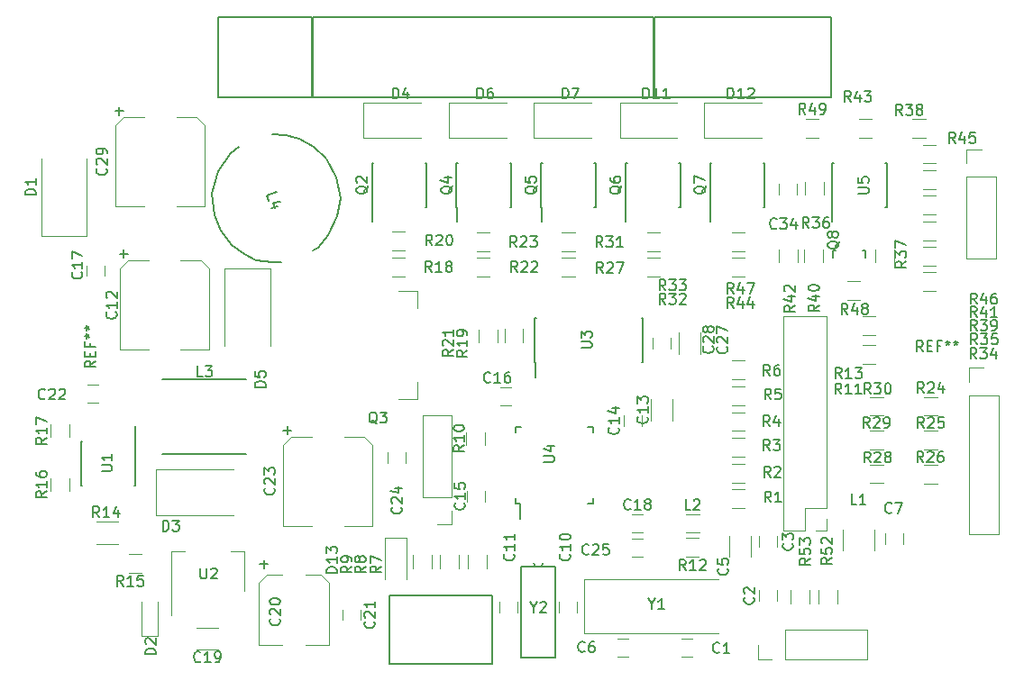
<source format=gto>
G04 #@! TF.FileFunction,Legend,Top*
%FSLAX46Y46*%
G04 Gerber Fmt 4.6, Leading zero omitted, Abs format (unit mm)*
G04 Created by KiCad (PCBNEW 4.0.6) date 01/16/18 14:36:03*
%MOMM*%
%LPD*%
G01*
G04 APERTURE LIST*
%ADD10C,0.100000*%
%ADD11C,0.120000*%
%ADD12C,0.150000*%
G04 APERTURE END LIST*
D10*
D11*
X100850000Y-123550000D02*
X100850000Y-124550000D01*
X102550000Y-124550000D02*
X102550000Y-123550000D01*
X120980000Y-139140000D02*
X121980000Y-139140000D01*
X121980000Y-137440000D02*
X120980000Y-137440000D01*
X115980000Y-137440000D02*
X114980000Y-137440000D01*
X114980000Y-139140000D02*
X115980000Y-139140000D01*
X109450000Y-133990477D02*
X109450000Y-134990477D01*
X111150000Y-134990477D02*
X111150000Y-133990477D01*
X103875000Y-133990477D02*
X103875000Y-134990477D01*
X105575000Y-134990477D02*
X105575000Y-133990477D01*
X69020000Y-101860000D02*
X70940000Y-101860000D01*
X75880000Y-101860000D02*
X73960000Y-101860000D01*
X68260000Y-110240000D02*
X70940000Y-110240000D01*
X76640000Y-110240000D02*
X73960000Y-110240000D01*
X68260000Y-110240000D02*
X68260000Y-102620000D01*
X68260000Y-102620000D02*
X69020000Y-101860000D01*
X75880000Y-101860000D02*
X76640000Y-102620000D01*
X76640000Y-102620000D02*
X76640000Y-110240000D01*
X118110000Y-114950000D02*
X118110000Y-116950000D01*
X120150000Y-116950000D02*
X120150000Y-114950000D01*
X115570000Y-116450000D02*
X115570000Y-117450000D01*
X117270000Y-117450000D02*
X117270000Y-116450000D01*
X103980000Y-115510000D02*
X104980000Y-115510000D01*
X104980000Y-113810000D02*
X103980000Y-113810000D01*
X66850000Y-103350000D02*
X66850000Y-102350000D01*
X65150000Y-102350000D02*
X65150000Y-103350000D01*
X117355000Y-125765000D02*
X116355000Y-125765000D01*
X116355000Y-127465000D02*
X117355000Y-127465000D01*
X75450000Y-138470000D02*
X77450000Y-138470000D01*
X77450000Y-136430000D02*
X75450000Y-136430000D01*
X82060000Y-131400000D02*
X83480000Y-131400000D01*
X81300000Y-138000000D02*
X83480000Y-138000000D01*
X87900000Y-138000000D02*
X85720000Y-138000000D01*
X87140000Y-131400000D02*
X85720000Y-131400000D01*
X81300000Y-138000000D02*
X81300000Y-132160000D01*
X81300000Y-132160000D02*
X82060000Y-131400000D01*
X87140000Y-131400000D02*
X87900000Y-132160000D01*
X87900000Y-132160000D02*
X87900000Y-138000000D01*
X90840000Y-135700000D02*
X90840000Y-134700000D01*
X89140000Y-134700000D02*
X89140000Y-135700000D01*
X65200000Y-115300000D02*
X66200000Y-115300000D01*
X66200000Y-113600000D02*
X65200000Y-113600000D01*
X84370000Y-118460000D02*
X86290000Y-118460000D01*
X91230000Y-118460000D02*
X89310000Y-118460000D01*
X83610000Y-126840000D02*
X86290000Y-126840000D01*
X91990000Y-126840000D02*
X89310000Y-126840000D01*
X83610000Y-126840000D02*
X83610000Y-119220000D01*
X83610000Y-119220000D02*
X84370000Y-118460000D01*
X91230000Y-118460000D02*
X91990000Y-119220000D01*
X91990000Y-119220000D02*
X91990000Y-126840000D01*
X95090000Y-120950000D02*
X95090000Y-119950000D01*
X93390000Y-119950000D02*
X93390000Y-120950000D01*
X116330000Y-129715000D02*
X117330000Y-129715000D01*
X117330000Y-128015000D02*
X116330000Y-128015000D01*
X120730000Y-108650000D02*
X120730000Y-110650000D01*
X122770000Y-110650000D02*
X122770000Y-108650000D01*
X118250000Y-109150000D02*
X118250000Y-110150000D01*
X119950000Y-110150000D02*
X119950000Y-109150000D01*
X130150000Y-94670000D02*
X130150000Y-95670000D01*
X131850000Y-95670000D02*
X131850000Y-94670000D01*
X60850000Y-99600000D02*
X65150000Y-99600000D01*
X65150000Y-99600000D02*
X65150000Y-92300000D01*
X60850000Y-99600000D02*
X60850000Y-92300000D01*
X71800000Y-133950000D02*
X71800000Y-137150000D01*
X70300000Y-137150000D02*
X70300000Y-133950000D01*
X70300000Y-137150000D02*
X71800000Y-137150000D01*
X71600000Y-121550000D02*
X71600000Y-125850000D01*
X71600000Y-125850000D02*
X78900000Y-125850000D01*
X71600000Y-121550000D02*
X78900000Y-121550000D01*
X91100000Y-87100000D02*
X91100000Y-90400000D01*
X91100000Y-90400000D02*
X96500000Y-90400000D01*
X91100000Y-87100000D02*
X96500000Y-87100000D01*
X82360000Y-102640000D02*
X78060000Y-102640000D01*
X78060000Y-102640000D02*
X78060000Y-109940000D01*
X82360000Y-102640000D02*
X82360000Y-109940000D01*
X99150000Y-87100000D02*
X99150000Y-90400000D01*
X99150000Y-90400000D02*
X104550000Y-90400000D01*
X99150000Y-87100000D02*
X104550000Y-87100000D01*
X107150000Y-87100000D02*
X107150000Y-90400000D01*
X107150000Y-90400000D02*
X112550000Y-90400000D01*
X107150000Y-87100000D02*
X112550000Y-87100000D01*
X115200000Y-87100000D02*
X115200000Y-90400000D01*
X115200000Y-90400000D02*
X120600000Y-90400000D01*
X115200000Y-87100000D02*
X120600000Y-87100000D01*
X123150000Y-87100000D02*
X123150000Y-90400000D01*
X123150000Y-90400000D02*
X128550000Y-90400000D01*
X123150000Y-87100000D02*
X128550000Y-87100000D01*
X99380000Y-116440000D02*
X96720000Y-116440000D01*
X99380000Y-124120000D02*
X99380000Y-116440000D01*
X96720000Y-124120000D02*
X96720000Y-116440000D01*
X99380000Y-124120000D02*
X96720000Y-124120000D01*
X99380000Y-125390000D02*
X99380000Y-126720000D01*
X99380000Y-126720000D02*
X98050000Y-126720000D01*
X148000000Y-114590000D02*
X148000000Y-127620000D01*
X148000000Y-127620000D02*
X150800000Y-127620000D01*
X150800000Y-127620000D02*
X150800000Y-114590000D01*
X150800000Y-114590000D02*
X148000000Y-114590000D01*
X148000000Y-113320000D02*
X148000000Y-111990000D01*
X148000000Y-111990000D02*
X149400000Y-111990000D01*
D12*
X93523599Y-139817460D02*
X103226493Y-139817460D01*
X93561700Y-133412460D02*
X102083900Y-133412460D01*
X103251800Y-133412460D02*
X103251800Y-139817460D01*
X103251800Y-133412460D02*
X94551800Y-133412460D01*
X93536300Y-139822751D02*
X93536300Y-133498100D01*
D11*
X147750000Y-94030000D02*
X147750000Y-101710000D01*
X147750000Y-101710000D02*
X150550000Y-101710000D01*
X150550000Y-101710000D02*
X150550000Y-94030000D01*
X150550000Y-94030000D02*
X147750000Y-94030000D01*
X147750000Y-92760000D02*
X147750000Y-91430000D01*
X147750000Y-91430000D02*
X149150000Y-91430000D01*
X130765000Y-139400000D02*
X138445000Y-139400000D01*
X138445000Y-139400000D02*
X138445000Y-136600000D01*
X138445000Y-136600000D02*
X130765000Y-136600000D01*
X130765000Y-136600000D02*
X130765000Y-139400000D01*
X129495000Y-139400000D02*
X128165000Y-139400000D01*
X128165000Y-139400000D02*
X128165000Y-138000000D01*
X121455000Y-125735000D02*
X122655000Y-125735000D01*
X122655000Y-127495000D02*
X121455000Y-127495000D01*
D12*
X72200000Y-113050000D02*
X80100000Y-113050000D01*
X72200000Y-120050000D02*
X80100000Y-120050000D01*
X86833332Y-100717582D02*
X86397009Y-100981808D01*
X83389617Y-102076409D02*
X82535259Y-102068415D01*
X82535259Y-102068415D02*
X81074306Y-101856830D01*
X81074306Y-101856830D02*
X79920973Y-101317040D01*
X79920973Y-101317040D02*
X78759083Y-100464111D01*
X78759083Y-100464111D02*
X77741579Y-99131555D01*
X77741579Y-99131555D02*
X77101193Y-97661740D01*
X77101193Y-97661740D02*
X76887705Y-95612173D01*
X76887705Y-95612173D02*
X77491439Y-93475996D01*
X77491439Y-93475996D02*
X78680567Y-91767368D01*
X78680567Y-91767368D02*
X79422991Y-91178192D01*
X82523469Y-90049710D02*
X83822706Y-90106617D01*
X83822706Y-90106617D02*
X85129849Y-90482305D01*
X85129849Y-90482305D02*
X86446416Y-91173517D01*
X86446416Y-91173517D02*
X87616212Y-92345226D01*
X87616212Y-92345226D02*
X88581548Y-94121143D01*
X88581548Y-94121143D02*
X88949714Y-96008994D01*
X88949714Y-96008994D02*
X88618200Y-97727135D01*
X88618200Y-97727135D02*
X87781733Y-99520943D01*
X87781733Y-99520943D02*
X86833332Y-100717582D01*
X91925000Y-96875000D02*
X91975000Y-96875000D01*
X91925000Y-92725000D02*
X92070000Y-92725000D01*
X97075000Y-92725000D02*
X96930000Y-92725000D01*
X97075000Y-96875000D02*
X96930000Y-96875000D01*
X91925000Y-96875000D02*
X91925000Y-92725000D01*
X97075000Y-96875000D02*
X97075000Y-92725000D01*
X91975000Y-96875000D02*
X91975000Y-98275000D01*
D11*
X96200000Y-106400000D02*
X96200000Y-104750000D01*
X96200000Y-104750000D02*
X94400000Y-104750000D01*
X94400000Y-114950000D02*
X96200000Y-114950000D01*
X96200000Y-114950000D02*
X96200000Y-113300000D01*
D12*
X99862500Y-96875000D02*
X99912500Y-96875000D01*
X99862500Y-92725000D02*
X100007500Y-92725000D01*
X105012500Y-92725000D02*
X104867500Y-92725000D01*
X105012500Y-96875000D02*
X104867500Y-96875000D01*
X99862500Y-96875000D02*
X99862500Y-92725000D01*
X105012500Y-96875000D02*
X105012500Y-92725000D01*
X99912500Y-96875000D02*
X99912500Y-98275000D01*
X107800000Y-96875000D02*
X107850000Y-96875000D01*
X107800000Y-92725000D02*
X107945000Y-92725000D01*
X112950000Y-92725000D02*
X112805000Y-92725000D01*
X112950000Y-96875000D02*
X112805000Y-96875000D01*
X107800000Y-96875000D02*
X107800000Y-92725000D01*
X112950000Y-96875000D02*
X112950000Y-92725000D01*
X107850000Y-96875000D02*
X107850000Y-98275000D01*
X115737500Y-96875000D02*
X115787500Y-96875000D01*
X115737500Y-92725000D02*
X115882500Y-92725000D01*
X120887500Y-92725000D02*
X120742500Y-92725000D01*
X120887500Y-96875000D02*
X120742500Y-96875000D01*
X115737500Y-96875000D02*
X115737500Y-92725000D01*
X120887500Y-96875000D02*
X120887500Y-92725000D01*
X115787500Y-96875000D02*
X115787500Y-98275000D01*
X123675000Y-96875000D02*
X123725000Y-96875000D01*
X123675000Y-92725000D02*
X123820000Y-92725000D01*
X128825000Y-92725000D02*
X128680000Y-92725000D01*
X128825000Y-96875000D02*
X128680000Y-96875000D01*
X123675000Y-96875000D02*
X123675000Y-92725000D01*
X128825000Y-96875000D02*
X128825000Y-92725000D01*
X123725000Y-96875000D02*
X123725000Y-98275000D01*
X138049160Y-100949760D02*
X138000900Y-100949760D01*
X135250180Y-101650800D02*
X135250180Y-100949760D01*
X135250180Y-100949760D02*
X135499100Y-100949760D01*
X138049160Y-100949760D02*
X138249820Y-100949760D01*
X138249820Y-100949760D02*
X138249820Y-101650800D01*
D11*
X126900000Y-125180000D02*
X125700000Y-125180000D01*
X125700000Y-123420000D02*
X126900000Y-123420000D01*
X126900000Y-122760000D02*
X125700000Y-122760000D01*
X125700000Y-121000000D02*
X126900000Y-121000000D01*
X126900000Y-120340000D02*
X125700000Y-120340000D01*
X125700000Y-118580000D02*
X126900000Y-118580000D01*
X126900000Y-117920000D02*
X125700000Y-117920000D01*
X125700000Y-116160000D02*
X126900000Y-116160000D01*
X126900000Y-115500000D02*
X125700000Y-115500000D01*
X125700000Y-113740000D02*
X126900000Y-113740000D01*
X126900000Y-113080000D02*
X125700000Y-113080000D01*
X125700000Y-111320000D02*
X126900000Y-111320000D01*
X102680000Y-129600000D02*
X102680000Y-130800000D01*
X100920000Y-130800000D02*
X100920000Y-129600000D01*
X100105000Y-129600000D02*
X100105000Y-130800000D01*
X98345000Y-130800000D02*
X98345000Y-129600000D01*
X97530000Y-129600000D02*
X97530000Y-130800000D01*
X95770000Y-130800000D02*
X95770000Y-129600000D01*
X121430000Y-127985000D02*
X122630000Y-127985000D01*
X122630000Y-129745000D02*
X121430000Y-129745000D01*
X68050000Y-128570000D02*
X66050000Y-128570000D01*
X66050000Y-126430000D02*
X68050000Y-126430000D01*
X69100000Y-129520000D02*
X70300000Y-129520000D01*
X70300000Y-131280000D02*
X69100000Y-131280000D01*
X63480000Y-122350000D02*
X63480000Y-123550000D01*
X61720000Y-123550000D02*
X61720000Y-122350000D01*
X63480000Y-117300000D02*
X63480000Y-118500000D01*
X61720000Y-118500000D02*
X61720000Y-117300000D01*
X95000000Y-103380000D02*
X93800000Y-103380000D01*
X93800000Y-101620000D02*
X95000000Y-101620000D01*
X106130000Y-108350000D02*
X106130000Y-109550000D01*
X104370000Y-109550000D02*
X104370000Y-108350000D01*
X95000000Y-100955000D02*
X93800000Y-100955000D01*
X93800000Y-99195000D02*
X95000000Y-99195000D01*
X103730000Y-108400000D02*
X103730000Y-109600000D01*
X101970000Y-109600000D02*
X101970000Y-108400000D01*
X102987500Y-103430000D02*
X101787500Y-103430000D01*
X101787500Y-101670000D02*
X102987500Y-101670000D01*
X102987500Y-101005000D02*
X101787500Y-101005000D01*
X101787500Y-99245000D02*
X102987500Y-99245000D01*
X145000000Y-116480000D02*
X143800000Y-116480000D01*
X143800000Y-114720000D02*
X145000000Y-114720000D01*
X145000000Y-119667500D02*
X143800000Y-119667500D01*
X143800000Y-117907500D02*
X145000000Y-117907500D01*
X145000000Y-122855000D02*
X143800000Y-122855000D01*
X143800000Y-121095000D02*
X145000000Y-121095000D01*
X110975000Y-103430000D02*
X109775000Y-103430000D01*
X109775000Y-101670000D02*
X110975000Y-101670000D01*
X138725000Y-121065000D02*
X139925000Y-121065000D01*
X139925000Y-122825000D02*
X138725000Y-122825000D01*
X138725000Y-117892500D02*
X139925000Y-117892500D01*
X139925000Y-119652500D02*
X138725000Y-119652500D01*
X138725000Y-114720000D02*
X139925000Y-114720000D01*
X139925000Y-116480000D02*
X138725000Y-116480000D01*
X110975000Y-101005000D02*
X109775000Y-101005000D01*
X109775000Y-99245000D02*
X110975000Y-99245000D01*
X118962500Y-103430000D02*
X117762500Y-103430000D01*
X117762500Y-101670000D02*
X118962500Y-101670000D01*
X118962500Y-101005000D02*
X117762500Y-101005000D01*
X117762500Y-99245000D02*
X118962500Y-99245000D01*
X144850000Y-104780000D02*
X143650000Y-104780000D01*
X143650000Y-103020000D02*
X144850000Y-103020000D01*
X144850000Y-102380000D02*
X143650000Y-102380000D01*
X143650000Y-100620000D02*
X144850000Y-100620000D01*
X132590000Y-95704523D02*
X132590000Y-94504523D01*
X134350000Y-94504523D02*
X134350000Y-95704523D01*
X140980000Y-100850000D02*
X140980000Y-102050000D01*
X139220000Y-102050000D02*
X139220000Y-100850000D01*
X142700000Y-88570000D02*
X143900000Y-88570000D01*
X143900000Y-90330000D02*
X142700000Y-90330000D01*
X144850000Y-99980000D02*
X143650000Y-99980000D01*
X143650000Y-98220000D02*
X144850000Y-98220000D01*
X134300000Y-100850000D02*
X134300000Y-102050000D01*
X132540000Y-102050000D02*
X132540000Y-100850000D01*
X144850000Y-97580000D02*
X143650000Y-97580000D01*
X143650000Y-95820000D02*
X144850000Y-95820000D01*
X131880000Y-100850000D02*
X131880000Y-102050000D01*
X130120000Y-102050000D02*
X130120000Y-100850000D01*
X137700000Y-88570000D02*
X138900000Y-88570000D01*
X138900000Y-90330000D02*
X137700000Y-90330000D01*
X126950000Y-103430000D02*
X125750000Y-103430000D01*
X125750000Y-101670000D02*
X126950000Y-101670000D01*
X144850000Y-92780000D02*
X143650000Y-92780000D01*
X143650000Y-91020000D02*
X144850000Y-91020000D01*
X144850000Y-95180000D02*
X143650000Y-95180000D01*
X143650000Y-93420000D02*
X144850000Y-93420000D01*
X126950000Y-101005000D02*
X125750000Y-101005000D01*
X125750000Y-99245000D02*
X126950000Y-99245000D01*
X136550000Y-103870000D02*
X137750000Y-103870000D01*
X137750000Y-105630000D02*
X136550000Y-105630000D01*
X132700000Y-88570000D02*
X133900000Y-88570000D01*
X133900000Y-90330000D02*
X132700000Y-90330000D01*
X133895000Y-134100000D02*
X133895000Y-132900000D01*
X135655000Y-132900000D02*
X135655000Y-134100000D01*
X131220000Y-134100000D02*
X131220000Y-132900000D01*
X132980000Y-132900000D02*
X132980000Y-134100000D01*
D12*
X69725000Y-118875000D02*
X69675000Y-118875000D01*
X69725000Y-123025000D02*
X69580000Y-123025000D01*
X64575000Y-123025000D02*
X64720000Y-123025000D01*
X64575000Y-118875000D02*
X64720000Y-118875000D01*
X69725000Y-118875000D02*
X69725000Y-123025000D01*
X64575000Y-118875000D02*
X64575000Y-123025000D01*
X69675000Y-118875000D02*
X69675000Y-117475000D01*
D11*
X79910000Y-129190000D02*
X78650000Y-129190000D01*
X73090000Y-129190000D02*
X74350000Y-129190000D01*
X79910000Y-132950000D02*
X79910000Y-129190000D01*
X73090000Y-135200000D02*
X73090000Y-129190000D01*
D12*
X107225000Y-111475000D02*
X107250000Y-111475000D01*
X107225000Y-107325000D02*
X107330000Y-107325000D01*
X117375000Y-107325000D02*
X117270000Y-107325000D01*
X117375000Y-111475000D02*
X117270000Y-111475000D01*
X107225000Y-111475000D02*
X107225000Y-107325000D01*
X117375000Y-111475000D02*
X117375000Y-107325000D01*
X107250000Y-111475000D02*
X107250000Y-112850000D01*
X105425000Y-124775000D02*
X105875000Y-124775000D01*
X105425000Y-117525000D02*
X105950000Y-117525000D01*
X112675000Y-117525000D02*
X112150000Y-117525000D01*
X112675000Y-124775000D02*
X112150000Y-124775000D01*
X105425000Y-124775000D02*
X105425000Y-124250000D01*
X112675000Y-124775000D02*
X112675000Y-124250000D01*
X112675000Y-117525000D02*
X112675000Y-118050000D01*
X105425000Y-117525000D02*
X105425000Y-118050000D01*
X105875000Y-124775000D02*
X105875000Y-126150000D01*
X135125000Y-96875000D02*
X135175000Y-96875000D01*
X135125000Y-92725000D02*
X135270000Y-92725000D01*
X140275000Y-92725000D02*
X140130000Y-92725000D01*
X140275000Y-96875000D02*
X140130000Y-96875000D01*
X135125000Y-96875000D02*
X135125000Y-92725000D01*
X140275000Y-96875000D02*
X140275000Y-92725000D01*
X135175000Y-96875000D02*
X135175000Y-98275000D01*
D11*
X124450000Y-131825000D02*
X111850000Y-131825000D01*
X111850000Y-131825000D02*
X111850000Y-136925000D01*
X111850000Y-136925000D02*
X124450000Y-136925000D01*
D12*
X105949800Y-130649680D02*
X105949800Y-139250120D01*
X105949800Y-139250120D02*
X109150200Y-139250120D01*
X109150200Y-139250120D02*
X109150200Y-130649680D01*
X108400900Y-130649680D02*
X109150200Y-130649680D01*
X106650840Y-130649680D02*
X105949800Y-130649680D01*
X107849720Y-130649680D02*
X107948780Y-130349960D01*
X107250280Y-130649680D02*
X107151220Y-130349960D01*
X106650840Y-130649680D02*
X108449160Y-130649680D01*
X86365000Y-86600000D02*
X118365000Y-86600000D01*
X86365000Y-79000000D02*
X86365000Y-86600000D01*
X118365000Y-86600000D02*
X118365000Y-79000000D01*
X118365000Y-79000000D02*
X86365000Y-79000000D01*
X77495000Y-86600000D02*
X86295000Y-86600000D01*
X77495000Y-79000000D02*
X77495000Y-86600000D01*
X86295000Y-86600000D02*
X86295000Y-79000000D01*
X86295000Y-79000000D02*
X77495000Y-79000000D01*
X118485000Y-86600000D02*
X135085000Y-86600000D01*
X118485000Y-79000000D02*
X118485000Y-86600000D01*
X135085000Y-86600000D02*
X135085000Y-79000000D01*
X135085000Y-79000000D02*
X118485000Y-79000000D01*
D11*
X128300000Y-132900000D02*
X128300000Y-133900000D01*
X130000000Y-133900000D02*
X130000000Y-132900000D01*
X128300000Y-127800000D02*
X128300000Y-128800000D01*
X130000000Y-128800000D02*
X130000000Y-127800000D01*
X125480000Y-127750000D02*
X125480000Y-129750000D01*
X127520000Y-129750000D02*
X127520000Y-127750000D01*
X134660000Y-107140000D02*
X130540000Y-107140000D01*
X134660000Y-125200000D02*
X134660000Y-107140000D01*
X130540000Y-127260000D02*
X130540000Y-107140000D01*
X134660000Y-125200000D02*
X132600000Y-125200000D01*
X132600000Y-125200000D02*
X132600000Y-127260000D01*
X132600000Y-127260000D02*
X130540000Y-127260000D01*
X134660000Y-126200000D02*
X134660000Y-127260000D01*
X134660000Y-127260000D02*
X133600000Y-127260000D01*
X102530000Y-118060000D02*
X102530000Y-119260000D01*
X100770000Y-119260000D02*
X100770000Y-118060000D01*
X138000000Y-109870000D02*
X139200000Y-109870000D01*
X139200000Y-111630000D02*
X138000000Y-111630000D01*
X138000000Y-107170000D02*
X139200000Y-107170000D01*
X139200000Y-108930000D02*
X138000000Y-108930000D01*
X136170000Y-129175000D02*
X136170000Y-127175000D01*
X139130000Y-127175000D02*
X139130000Y-129175000D01*
X68600000Y-88430000D02*
X70520000Y-88430000D01*
X75460000Y-88430000D02*
X73540000Y-88430000D01*
X67840000Y-96810000D02*
X70520000Y-96810000D01*
X76220000Y-96810000D02*
X73540000Y-96810000D01*
X67840000Y-96810000D02*
X67840000Y-89190000D01*
X67840000Y-89190000D02*
X68600000Y-88430000D01*
X75460000Y-88430000D02*
X76220000Y-89190000D01*
X76220000Y-89190000D02*
X76220000Y-96810000D01*
X95150000Y-127950000D02*
X93150000Y-127950000D01*
X93150000Y-127950000D02*
X93150000Y-131850000D01*
X95150000Y-127950000D02*
X95150000Y-131850000D01*
X141800000Y-128575000D02*
X141800000Y-127575000D01*
X140100000Y-127575000D02*
X140100000Y-128575000D01*
D12*
X100582143Y-124692857D02*
X100629762Y-124740476D01*
X100677381Y-124883333D01*
X100677381Y-124978571D01*
X100629762Y-125121429D01*
X100534524Y-125216667D01*
X100439286Y-125264286D01*
X100248810Y-125311905D01*
X100105952Y-125311905D01*
X99915476Y-125264286D01*
X99820238Y-125216667D01*
X99725000Y-125121429D01*
X99677381Y-124978571D01*
X99677381Y-124883333D01*
X99725000Y-124740476D01*
X99772619Y-124692857D01*
X100677381Y-123740476D02*
X100677381Y-124311905D01*
X100677381Y-124026191D02*
X99677381Y-124026191D01*
X99820238Y-124121429D01*
X99915476Y-124216667D01*
X99963095Y-124311905D01*
X99677381Y-122835714D02*
X99677381Y-123311905D01*
X100153571Y-123359524D01*
X100105952Y-123311905D01*
X100058333Y-123216667D01*
X100058333Y-122978571D01*
X100105952Y-122883333D01*
X100153571Y-122835714D01*
X100248810Y-122788095D01*
X100486905Y-122788095D01*
X100582143Y-122835714D01*
X100629762Y-122883333D01*
X100677381Y-122978571D01*
X100677381Y-123216667D01*
X100629762Y-123311905D01*
X100582143Y-123359524D01*
X143666667Y-110452381D02*
X143333333Y-109976190D01*
X143095238Y-110452381D02*
X143095238Y-109452381D01*
X143476191Y-109452381D01*
X143571429Y-109500000D01*
X143619048Y-109547619D01*
X143666667Y-109642857D01*
X143666667Y-109785714D01*
X143619048Y-109880952D01*
X143571429Y-109928571D01*
X143476191Y-109976190D01*
X143095238Y-109976190D01*
X144095238Y-109928571D02*
X144428572Y-109928571D01*
X144571429Y-110452381D02*
X144095238Y-110452381D01*
X144095238Y-109452381D01*
X144571429Y-109452381D01*
X145333334Y-109928571D02*
X145000000Y-109928571D01*
X145000000Y-110452381D02*
X145000000Y-109452381D01*
X145476191Y-109452381D01*
X146000000Y-109452381D02*
X146000000Y-109690476D01*
X145761905Y-109595238D02*
X146000000Y-109690476D01*
X146238096Y-109595238D01*
X145857143Y-109880952D02*
X146000000Y-109690476D01*
X146142858Y-109880952D01*
X146761905Y-109452381D02*
X146761905Y-109690476D01*
X146523810Y-109595238D02*
X146761905Y-109690476D01*
X147000001Y-109595238D01*
X146619048Y-109880952D02*
X146761905Y-109690476D01*
X146904763Y-109880952D01*
X124558334Y-138707143D02*
X124510715Y-138754762D01*
X124367858Y-138802381D01*
X124272620Y-138802381D01*
X124129762Y-138754762D01*
X124034524Y-138659524D01*
X123986905Y-138564286D01*
X123939286Y-138373810D01*
X123939286Y-138230952D01*
X123986905Y-138040476D01*
X124034524Y-137945238D01*
X124129762Y-137850000D01*
X124272620Y-137802381D01*
X124367858Y-137802381D01*
X124510715Y-137850000D01*
X124558334Y-137897619D01*
X125510715Y-138802381D02*
X124939286Y-138802381D01*
X125225000Y-138802381D02*
X125225000Y-137802381D01*
X125129762Y-137945238D01*
X125034524Y-138040476D01*
X124939286Y-138088095D01*
X111908334Y-138607143D02*
X111860715Y-138654762D01*
X111717858Y-138702381D01*
X111622620Y-138702381D01*
X111479762Y-138654762D01*
X111384524Y-138559524D01*
X111336905Y-138464286D01*
X111289286Y-138273810D01*
X111289286Y-138130952D01*
X111336905Y-137940476D01*
X111384524Y-137845238D01*
X111479762Y-137750000D01*
X111622620Y-137702381D01*
X111717858Y-137702381D01*
X111860715Y-137750000D01*
X111908334Y-137797619D01*
X112765477Y-137702381D02*
X112575000Y-137702381D01*
X112479762Y-137750000D01*
X112432143Y-137797619D01*
X112336905Y-137940476D01*
X112289286Y-138130952D01*
X112289286Y-138511905D01*
X112336905Y-138607143D01*
X112384524Y-138654762D01*
X112479762Y-138702381D01*
X112670239Y-138702381D01*
X112765477Y-138654762D01*
X112813096Y-138607143D01*
X112860715Y-138511905D01*
X112860715Y-138273810D01*
X112813096Y-138178571D01*
X112765477Y-138130952D01*
X112670239Y-138083333D01*
X112479762Y-138083333D01*
X112384524Y-138130952D01*
X112336905Y-138178571D01*
X112289286Y-138273810D01*
X110457143Y-129492857D02*
X110504762Y-129540476D01*
X110552381Y-129683333D01*
X110552381Y-129778571D01*
X110504762Y-129921429D01*
X110409524Y-130016667D01*
X110314286Y-130064286D01*
X110123810Y-130111905D01*
X109980952Y-130111905D01*
X109790476Y-130064286D01*
X109695238Y-130016667D01*
X109600000Y-129921429D01*
X109552381Y-129778571D01*
X109552381Y-129683333D01*
X109600000Y-129540476D01*
X109647619Y-129492857D01*
X110552381Y-128540476D02*
X110552381Y-129111905D01*
X110552381Y-128826191D02*
X109552381Y-128826191D01*
X109695238Y-128921429D01*
X109790476Y-129016667D01*
X109838095Y-129111905D01*
X109552381Y-127921429D02*
X109552381Y-127826190D01*
X109600000Y-127730952D01*
X109647619Y-127683333D01*
X109742857Y-127635714D01*
X109933333Y-127588095D01*
X110171429Y-127588095D01*
X110361905Y-127635714D01*
X110457143Y-127683333D01*
X110504762Y-127730952D01*
X110552381Y-127826190D01*
X110552381Y-127921429D01*
X110504762Y-128016667D01*
X110457143Y-128064286D01*
X110361905Y-128111905D01*
X110171429Y-128159524D01*
X109933333Y-128159524D01*
X109742857Y-128111905D01*
X109647619Y-128064286D01*
X109600000Y-128016667D01*
X109552381Y-127921429D01*
X105207143Y-129492857D02*
X105254762Y-129540476D01*
X105302381Y-129683333D01*
X105302381Y-129778571D01*
X105254762Y-129921429D01*
X105159524Y-130016667D01*
X105064286Y-130064286D01*
X104873810Y-130111905D01*
X104730952Y-130111905D01*
X104540476Y-130064286D01*
X104445238Y-130016667D01*
X104350000Y-129921429D01*
X104302381Y-129778571D01*
X104302381Y-129683333D01*
X104350000Y-129540476D01*
X104397619Y-129492857D01*
X105302381Y-128540476D02*
X105302381Y-129111905D01*
X105302381Y-128826191D02*
X104302381Y-128826191D01*
X104445238Y-128921429D01*
X104540476Y-129016667D01*
X104588095Y-129111905D01*
X105302381Y-127588095D02*
X105302381Y-128159524D01*
X105302381Y-127873810D02*
X104302381Y-127873810D01*
X104445238Y-127969048D01*
X104540476Y-128064286D01*
X104588095Y-128159524D01*
X67857143Y-106742857D02*
X67904762Y-106790476D01*
X67952381Y-106933333D01*
X67952381Y-107028571D01*
X67904762Y-107171429D01*
X67809524Y-107266667D01*
X67714286Y-107314286D01*
X67523810Y-107361905D01*
X67380952Y-107361905D01*
X67190476Y-107314286D01*
X67095238Y-107266667D01*
X67000000Y-107171429D01*
X66952381Y-107028571D01*
X66952381Y-106933333D01*
X67000000Y-106790476D01*
X67047619Y-106742857D01*
X67952381Y-105790476D02*
X67952381Y-106361905D01*
X67952381Y-106076191D02*
X66952381Y-106076191D01*
X67095238Y-106171429D01*
X67190476Y-106266667D01*
X67238095Y-106361905D01*
X67047619Y-105409524D02*
X67000000Y-105361905D01*
X66952381Y-105266667D01*
X66952381Y-105028571D01*
X67000000Y-104933333D01*
X67047619Y-104885714D01*
X67142857Y-104838095D01*
X67238095Y-104838095D01*
X67380952Y-104885714D01*
X67952381Y-105457143D01*
X67952381Y-104838095D01*
X68611429Y-101650952D02*
X68611429Y-100889047D01*
X68992381Y-101269999D02*
X68230476Y-101269999D01*
X117737143Y-116592857D02*
X117784762Y-116640476D01*
X117832381Y-116783333D01*
X117832381Y-116878571D01*
X117784762Y-117021429D01*
X117689524Y-117116667D01*
X117594286Y-117164286D01*
X117403810Y-117211905D01*
X117260952Y-117211905D01*
X117070476Y-117164286D01*
X116975238Y-117116667D01*
X116880000Y-117021429D01*
X116832381Y-116878571D01*
X116832381Y-116783333D01*
X116880000Y-116640476D01*
X116927619Y-116592857D01*
X117832381Y-115640476D02*
X117832381Y-116211905D01*
X117832381Y-115926191D02*
X116832381Y-115926191D01*
X116975238Y-116021429D01*
X117070476Y-116116667D01*
X117118095Y-116211905D01*
X116832381Y-115307143D02*
X116832381Y-114688095D01*
X117213333Y-115021429D01*
X117213333Y-114878571D01*
X117260952Y-114783333D01*
X117308571Y-114735714D01*
X117403810Y-114688095D01*
X117641905Y-114688095D01*
X117737143Y-114735714D01*
X117784762Y-114783333D01*
X117832381Y-114878571D01*
X117832381Y-115164286D01*
X117784762Y-115259524D01*
X117737143Y-115307143D01*
X115027143Y-117592857D02*
X115074762Y-117640476D01*
X115122381Y-117783333D01*
X115122381Y-117878571D01*
X115074762Y-118021429D01*
X114979524Y-118116667D01*
X114884286Y-118164286D01*
X114693810Y-118211905D01*
X114550952Y-118211905D01*
X114360476Y-118164286D01*
X114265238Y-118116667D01*
X114170000Y-118021429D01*
X114122381Y-117878571D01*
X114122381Y-117783333D01*
X114170000Y-117640476D01*
X114217619Y-117592857D01*
X115122381Y-116640476D02*
X115122381Y-117211905D01*
X115122381Y-116926191D02*
X114122381Y-116926191D01*
X114265238Y-117021429D01*
X114360476Y-117116667D01*
X114408095Y-117211905D01*
X114455714Y-115783333D02*
X115122381Y-115783333D01*
X114074762Y-116021429D02*
X114789048Y-116259524D01*
X114789048Y-115640476D01*
X103032143Y-113282143D02*
X102984524Y-113329762D01*
X102841667Y-113377381D01*
X102746429Y-113377381D01*
X102603571Y-113329762D01*
X102508333Y-113234524D01*
X102460714Y-113139286D01*
X102413095Y-112948810D01*
X102413095Y-112805952D01*
X102460714Y-112615476D01*
X102508333Y-112520238D01*
X102603571Y-112425000D01*
X102746429Y-112377381D01*
X102841667Y-112377381D01*
X102984524Y-112425000D01*
X103032143Y-112472619D01*
X103984524Y-113377381D02*
X103413095Y-113377381D01*
X103698809Y-113377381D02*
X103698809Y-112377381D01*
X103603571Y-112520238D01*
X103508333Y-112615476D01*
X103413095Y-112663095D01*
X104841667Y-112377381D02*
X104651190Y-112377381D01*
X104555952Y-112425000D01*
X104508333Y-112472619D01*
X104413095Y-112615476D01*
X104365476Y-112805952D01*
X104365476Y-113186905D01*
X104413095Y-113282143D01*
X104460714Y-113329762D01*
X104555952Y-113377381D01*
X104746429Y-113377381D01*
X104841667Y-113329762D01*
X104889286Y-113282143D01*
X104936905Y-113186905D01*
X104936905Y-112948810D01*
X104889286Y-112853571D01*
X104841667Y-112805952D01*
X104746429Y-112758333D01*
X104555952Y-112758333D01*
X104460714Y-112805952D01*
X104413095Y-112853571D01*
X104365476Y-112948810D01*
X64632143Y-102992857D02*
X64679762Y-103040476D01*
X64727381Y-103183333D01*
X64727381Y-103278571D01*
X64679762Y-103421429D01*
X64584524Y-103516667D01*
X64489286Y-103564286D01*
X64298810Y-103611905D01*
X64155952Y-103611905D01*
X63965476Y-103564286D01*
X63870238Y-103516667D01*
X63775000Y-103421429D01*
X63727381Y-103278571D01*
X63727381Y-103183333D01*
X63775000Y-103040476D01*
X63822619Y-102992857D01*
X64727381Y-102040476D02*
X64727381Y-102611905D01*
X64727381Y-102326191D02*
X63727381Y-102326191D01*
X63870238Y-102421429D01*
X63965476Y-102516667D01*
X64013095Y-102611905D01*
X63727381Y-101707143D02*
X63727381Y-101040476D01*
X64727381Y-101469048D01*
X116212143Y-125222143D02*
X116164524Y-125269762D01*
X116021667Y-125317381D01*
X115926429Y-125317381D01*
X115783571Y-125269762D01*
X115688333Y-125174524D01*
X115640714Y-125079286D01*
X115593095Y-124888810D01*
X115593095Y-124745952D01*
X115640714Y-124555476D01*
X115688333Y-124460238D01*
X115783571Y-124365000D01*
X115926429Y-124317381D01*
X116021667Y-124317381D01*
X116164524Y-124365000D01*
X116212143Y-124412619D01*
X117164524Y-125317381D02*
X116593095Y-125317381D01*
X116878809Y-125317381D02*
X116878809Y-124317381D01*
X116783571Y-124460238D01*
X116688333Y-124555476D01*
X116593095Y-124603095D01*
X117735952Y-124745952D02*
X117640714Y-124698333D01*
X117593095Y-124650714D01*
X117545476Y-124555476D01*
X117545476Y-124507857D01*
X117593095Y-124412619D01*
X117640714Y-124365000D01*
X117735952Y-124317381D01*
X117926429Y-124317381D01*
X118021667Y-124365000D01*
X118069286Y-124412619D01*
X118116905Y-124507857D01*
X118116905Y-124555476D01*
X118069286Y-124650714D01*
X118021667Y-124698333D01*
X117926429Y-124745952D01*
X117735952Y-124745952D01*
X117640714Y-124793571D01*
X117593095Y-124841190D01*
X117545476Y-124936429D01*
X117545476Y-125126905D01*
X117593095Y-125222143D01*
X117640714Y-125269762D01*
X117735952Y-125317381D01*
X117926429Y-125317381D01*
X118021667Y-125269762D01*
X118069286Y-125222143D01*
X118116905Y-125126905D01*
X118116905Y-124936429D01*
X118069286Y-124841190D01*
X118021667Y-124793571D01*
X117926429Y-124745952D01*
X75807143Y-139557143D02*
X75759524Y-139604762D01*
X75616667Y-139652381D01*
X75521429Y-139652381D01*
X75378571Y-139604762D01*
X75283333Y-139509524D01*
X75235714Y-139414286D01*
X75188095Y-139223810D01*
X75188095Y-139080952D01*
X75235714Y-138890476D01*
X75283333Y-138795238D01*
X75378571Y-138700000D01*
X75521429Y-138652381D01*
X75616667Y-138652381D01*
X75759524Y-138700000D01*
X75807143Y-138747619D01*
X76759524Y-139652381D02*
X76188095Y-139652381D01*
X76473809Y-139652381D02*
X76473809Y-138652381D01*
X76378571Y-138795238D01*
X76283333Y-138890476D01*
X76188095Y-138938095D01*
X77235714Y-139652381D02*
X77426190Y-139652381D01*
X77521429Y-139604762D01*
X77569048Y-139557143D01*
X77664286Y-139414286D01*
X77711905Y-139223810D01*
X77711905Y-138842857D01*
X77664286Y-138747619D01*
X77616667Y-138700000D01*
X77521429Y-138652381D01*
X77330952Y-138652381D01*
X77235714Y-138700000D01*
X77188095Y-138747619D01*
X77140476Y-138842857D01*
X77140476Y-139080952D01*
X77188095Y-139176190D01*
X77235714Y-139223810D01*
X77330952Y-139271429D01*
X77521429Y-139271429D01*
X77616667Y-139223810D01*
X77664286Y-139176190D01*
X77711905Y-139080952D01*
X83207143Y-135567857D02*
X83254762Y-135615476D01*
X83302381Y-135758333D01*
X83302381Y-135853571D01*
X83254762Y-135996429D01*
X83159524Y-136091667D01*
X83064286Y-136139286D01*
X82873810Y-136186905D01*
X82730952Y-136186905D01*
X82540476Y-136139286D01*
X82445238Y-136091667D01*
X82350000Y-135996429D01*
X82302381Y-135853571D01*
X82302381Y-135758333D01*
X82350000Y-135615476D01*
X82397619Y-135567857D01*
X82397619Y-135186905D02*
X82350000Y-135139286D01*
X82302381Y-135044048D01*
X82302381Y-134805952D01*
X82350000Y-134710714D01*
X82397619Y-134663095D01*
X82492857Y-134615476D01*
X82588095Y-134615476D01*
X82730952Y-134663095D01*
X83302381Y-135234524D01*
X83302381Y-134615476D01*
X82302381Y-133996429D02*
X82302381Y-133901190D01*
X82350000Y-133805952D01*
X82397619Y-133758333D01*
X82492857Y-133710714D01*
X82683333Y-133663095D01*
X82921429Y-133663095D01*
X83111905Y-133710714D01*
X83207143Y-133758333D01*
X83254762Y-133805952D01*
X83302381Y-133901190D01*
X83302381Y-133996429D01*
X83254762Y-134091667D01*
X83207143Y-134139286D01*
X83111905Y-134186905D01*
X82921429Y-134234524D01*
X82683333Y-134234524D01*
X82492857Y-134186905D01*
X82397619Y-134139286D01*
X82350000Y-134091667D01*
X82302381Y-133996429D01*
X81761429Y-130800952D02*
X81761429Y-130039047D01*
X82142381Y-130419999D02*
X81380476Y-130419999D01*
X92097143Y-135842857D02*
X92144762Y-135890476D01*
X92192381Y-136033333D01*
X92192381Y-136128571D01*
X92144762Y-136271429D01*
X92049524Y-136366667D01*
X91954286Y-136414286D01*
X91763810Y-136461905D01*
X91620952Y-136461905D01*
X91430476Y-136414286D01*
X91335238Y-136366667D01*
X91240000Y-136271429D01*
X91192381Y-136128571D01*
X91192381Y-136033333D01*
X91240000Y-135890476D01*
X91287619Y-135842857D01*
X91287619Y-135461905D02*
X91240000Y-135414286D01*
X91192381Y-135319048D01*
X91192381Y-135080952D01*
X91240000Y-134985714D01*
X91287619Y-134938095D01*
X91382857Y-134890476D01*
X91478095Y-134890476D01*
X91620952Y-134938095D01*
X92192381Y-135509524D01*
X92192381Y-134890476D01*
X92192381Y-133938095D02*
X92192381Y-134509524D01*
X92192381Y-134223810D02*
X91192381Y-134223810D01*
X91335238Y-134319048D01*
X91430476Y-134414286D01*
X91478095Y-134509524D01*
X61207143Y-114857143D02*
X61159524Y-114904762D01*
X61016667Y-114952381D01*
X60921429Y-114952381D01*
X60778571Y-114904762D01*
X60683333Y-114809524D01*
X60635714Y-114714286D01*
X60588095Y-114523810D01*
X60588095Y-114380952D01*
X60635714Y-114190476D01*
X60683333Y-114095238D01*
X60778571Y-114000000D01*
X60921429Y-113952381D01*
X61016667Y-113952381D01*
X61159524Y-114000000D01*
X61207143Y-114047619D01*
X61588095Y-114047619D02*
X61635714Y-114000000D01*
X61730952Y-113952381D01*
X61969048Y-113952381D01*
X62064286Y-114000000D01*
X62111905Y-114047619D01*
X62159524Y-114142857D01*
X62159524Y-114238095D01*
X62111905Y-114380952D01*
X61540476Y-114952381D01*
X62159524Y-114952381D01*
X62540476Y-114047619D02*
X62588095Y-114000000D01*
X62683333Y-113952381D01*
X62921429Y-113952381D01*
X63016667Y-114000000D01*
X63064286Y-114047619D01*
X63111905Y-114142857D01*
X63111905Y-114238095D01*
X63064286Y-114380952D01*
X62492857Y-114952381D01*
X63111905Y-114952381D01*
X82707143Y-123292857D02*
X82754762Y-123340476D01*
X82802381Y-123483333D01*
X82802381Y-123578571D01*
X82754762Y-123721429D01*
X82659524Y-123816667D01*
X82564286Y-123864286D01*
X82373810Y-123911905D01*
X82230952Y-123911905D01*
X82040476Y-123864286D01*
X81945238Y-123816667D01*
X81850000Y-123721429D01*
X81802381Y-123578571D01*
X81802381Y-123483333D01*
X81850000Y-123340476D01*
X81897619Y-123292857D01*
X81897619Y-122911905D02*
X81850000Y-122864286D01*
X81802381Y-122769048D01*
X81802381Y-122530952D01*
X81850000Y-122435714D01*
X81897619Y-122388095D01*
X81992857Y-122340476D01*
X82088095Y-122340476D01*
X82230952Y-122388095D01*
X82802381Y-122959524D01*
X82802381Y-122340476D01*
X81802381Y-122007143D02*
X81802381Y-121388095D01*
X82183333Y-121721429D01*
X82183333Y-121578571D01*
X82230952Y-121483333D01*
X82278571Y-121435714D01*
X82373810Y-121388095D01*
X82611905Y-121388095D01*
X82707143Y-121435714D01*
X82754762Y-121483333D01*
X82802381Y-121578571D01*
X82802381Y-121864286D01*
X82754762Y-121959524D01*
X82707143Y-122007143D01*
X83961429Y-118250952D02*
X83961429Y-117489047D01*
X84342381Y-117869999D02*
X83580476Y-117869999D01*
X94632143Y-125092857D02*
X94679762Y-125140476D01*
X94727381Y-125283333D01*
X94727381Y-125378571D01*
X94679762Y-125521429D01*
X94584524Y-125616667D01*
X94489286Y-125664286D01*
X94298810Y-125711905D01*
X94155952Y-125711905D01*
X93965476Y-125664286D01*
X93870238Y-125616667D01*
X93775000Y-125521429D01*
X93727381Y-125378571D01*
X93727381Y-125283333D01*
X93775000Y-125140476D01*
X93822619Y-125092857D01*
X93822619Y-124711905D02*
X93775000Y-124664286D01*
X93727381Y-124569048D01*
X93727381Y-124330952D01*
X93775000Y-124235714D01*
X93822619Y-124188095D01*
X93917857Y-124140476D01*
X94013095Y-124140476D01*
X94155952Y-124188095D01*
X94727381Y-124759524D01*
X94727381Y-124140476D01*
X94060714Y-123283333D02*
X94727381Y-123283333D01*
X93679762Y-123521429D02*
X94394048Y-123759524D01*
X94394048Y-123140476D01*
X112282143Y-129457143D02*
X112234524Y-129504762D01*
X112091667Y-129552381D01*
X111996429Y-129552381D01*
X111853571Y-129504762D01*
X111758333Y-129409524D01*
X111710714Y-129314286D01*
X111663095Y-129123810D01*
X111663095Y-128980952D01*
X111710714Y-128790476D01*
X111758333Y-128695238D01*
X111853571Y-128600000D01*
X111996429Y-128552381D01*
X112091667Y-128552381D01*
X112234524Y-128600000D01*
X112282143Y-128647619D01*
X112663095Y-128647619D02*
X112710714Y-128600000D01*
X112805952Y-128552381D01*
X113044048Y-128552381D01*
X113139286Y-128600000D01*
X113186905Y-128647619D01*
X113234524Y-128742857D01*
X113234524Y-128838095D01*
X113186905Y-128980952D01*
X112615476Y-129552381D01*
X113234524Y-129552381D01*
X114139286Y-128552381D02*
X113663095Y-128552381D01*
X113615476Y-129028571D01*
X113663095Y-128980952D01*
X113758333Y-128933333D01*
X113996429Y-128933333D01*
X114091667Y-128980952D01*
X114139286Y-129028571D01*
X114186905Y-129123810D01*
X114186905Y-129361905D01*
X114139286Y-129457143D01*
X114091667Y-129504762D01*
X113996429Y-129552381D01*
X113758333Y-129552381D01*
X113663095Y-129504762D01*
X113615476Y-129457143D01*
X125232143Y-109992857D02*
X125279762Y-110040476D01*
X125327381Y-110183333D01*
X125327381Y-110278571D01*
X125279762Y-110421429D01*
X125184524Y-110516667D01*
X125089286Y-110564286D01*
X124898810Y-110611905D01*
X124755952Y-110611905D01*
X124565476Y-110564286D01*
X124470238Y-110516667D01*
X124375000Y-110421429D01*
X124327381Y-110278571D01*
X124327381Y-110183333D01*
X124375000Y-110040476D01*
X124422619Y-109992857D01*
X124422619Y-109611905D02*
X124375000Y-109564286D01*
X124327381Y-109469048D01*
X124327381Y-109230952D01*
X124375000Y-109135714D01*
X124422619Y-109088095D01*
X124517857Y-109040476D01*
X124613095Y-109040476D01*
X124755952Y-109088095D01*
X125327381Y-109659524D01*
X125327381Y-109040476D01*
X124327381Y-108707143D02*
X124327381Y-108040476D01*
X125327381Y-108469048D01*
X123907143Y-109967857D02*
X123954762Y-110015476D01*
X124002381Y-110158333D01*
X124002381Y-110253571D01*
X123954762Y-110396429D01*
X123859524Y-110491667D01*
X123764286Y-110539286D01*
X123573810Y-110586905D01*
X123430952Y-110586905D01*
X123240476Y-110539286D01*
X123145238Y-110491667D01*
X123050000Y-110396429D01*
X123002381Y-110253571D01*
X123002381Y-110158333D01*
X123050000Y-110015476D01*
X123097619Y-109967857D01*
X123097619Y-109586905D02*
X123050000Y-109539286D01*
X123002381Y-109444048D01*
X123002381Y-109205952D01*
X123050000Y-109110714D01*
X123097619Y-109063095D01*
X123192857Y-109015476D01*
X123288095Y-109015476D01*
X123430952Y-109063095D01*
X124002381Y-109634524D01*
X124002381Y-109015476D01*
X123430952Y-108444048D02*
X123383333Y-108539286D01*
X123335714Y-108586905D01*
X123240476Y-108634524D01*
X123192857Y-108634524D01*
X123097619Y-108586905D01*
X123050000Y-108539286D01*
X123002381Y-108444048D01*
X123002381Y-108253571D01*
X123050000Y-108158333D01*
X123097619Y-108110714D01*
X123192857Y-108063095D01*
X123240476Y-108063095D01*
X123335714Y-108110714D01*
X123383333Y-108158333D01*
X123430952Y-108253571D01*
X123430952Y-108444048D01*
X123478571Y-108539286D01*
X123526190Y-108586905D01*
X123621429Y-108634524D01*
X123811905Y-108634524D01*
X123907143Y-108586905D01*
X123954762Y-108539286D01*
X124002381Y-108444048D01*
X124002381Y-108253571D01*
X123954762Y-108158333D01*
X123907143Y-108110714D01*
X123811905Y-108063095D01*
X123621429Y-108063095D01*
X123526190Y-108110714D01*
X123478571Y-108158333D01*
X123430952Y-108253571D01*
X129932143Y-98832143D02*
X129884524Y-98879762D01*
X129741667Y-98927381D01*
X129646429Y-98927381D01*
X129503571Y-98879762D01*
X129408333Y-98784524D01*
X129360714Y-98689286D01*
X129313095Y-98498810D01*
X129313095Y-98355952D01*
X129360714Y-98165476D01*
X129408333Y-98070238D01*
X129503571Y-97975000D01*
X129646429Y-97927381D01*
X129741667Y-97927381D01*
X129884524Y-97975000D01*
X129932143Y-98022619D01*
X130265476Y-97927381D02*
X130884524Y-97927381D01*
X130551190Y-98308333D01*
X130694048Y-98308333D01*
X130789286Y-98355952D01*
X130836905Y-98403571D01*
X130884524Y-98498810D01*
X130884524Y-98736905D01*
X130836905Y-98832143D01*
X130789286Y-98879762D01*
X130694048Y-98927381D01*
X130408333Y-98927381D01*
X130313095Y-98879762D01*
X130265476Y-98832143D01*
X131741667Y-98260714D02*
X131741667Y-98927381D01*
X131503571Y-97879762D02*
X131265476Y-98594048D01*
X131884524Y-98594048D01*
X60352381Y-95738095D02*
X59352381Y-95738095D01*
X59352381Y-95500000D01*
X59400000Y-95357142D01*
X59495238Y-95261904D01*
X59590476Y-95214285D01*
X59780952Y-95166666D01*
X59923810Y-95166666D01*
X60114286Y-95214285D01*
X60209524Y-95261904D01*
X60304762Y-95357142D01*
X60352381Y-95500000D01*
X60352381Y-95738095D01*
X60352381Y-94214285D02*
X60352381Y-94785714D01*
X60352381Y-94500000D02*
X59352381Y-94500000D01*
X59495238Y-94595238D01*
X59590476Y-94690476D01*
X59638095Y-94785714D01*
X71627381Y-138913095D02*
X70627381Y-138913095D01*
X70627381Y-138675000D01*
X70675000Y-138532142D01*
X70770238Y-138436904D01*
X70865476Y-138389285D01*
X71055952Y-138341666D01*
X71198810Y-138341666D01*
X71389286Y-138389285D01*
X71484524Y-138436904D01*
X71579762Y-138532142D01*
X71627381Y-138675000D01*
X71627381Y-138913095D01*
X70722619Y-137960714D02*
X70675000Y-137913095D01*
X70627381Y-137817857D01*
X70627381Y-137579761D01*
X70675000Y-137484523D01*
X70722619Y-137436904D01*
X70817857Y-137389285D01*
X70913095Y-137389285D01*
X71055952Y-137436904D01*
X71627381Y-138008333D01*
X71627381Y-137389285D01*
X72286905Y-127327381D02*
X72286905Y-126327381D01*
X72525000Y-126327381D01*
X72667858Y-126375000D01*
X72763096Y-126470238D01*
X72810715Y-126565476D01*
X72858334Y-126755952D01*
X72858334Y-126898810D01*
X72810715Y-127089286D01*
X72763096Y-127184524D01*
X72667858Y-127279762D01*
X72525000Y-127327381D01*
X72286905Y-127327381D01*
X73191667Y-126327381D02*
X73810715Y-126327381D01*
X73477381Y-126708333D01*
X73620239Y-126708333D01*
X73715477Y-126755952D01*
X73763096Y-126803571D01*
X73810715Y-126898810D01*
X73810715Y-127136905D01*
X73763096Y-127232143D01*
X73715477Y-127279762D01*
X73620239Y-127327381D01*
X73334524Y-127327381D01*
X73239286Y-127279762D01*
X73191667Y-127232143D01*
X93861905Y-86677381D02*
X93861905Y-85677381D01*
X94100000Y-85677381D01*
X94242858Y-85725000D01*
X94338096Y-85820238D01*
X94385715Y-85915476D01*
X94433334Y-86105952D01*
X94433334Y-86248810D01*
X94385715Y-86439286D01*
X94338096Y-86534524D01*
X94242858Y-86629762D01*
X94100000Y-86677381D01*
X93861905Y-86677381D01*
X95290477Y-86010714D02*
X95290477Y-86677381D01*
X95052381Y-85629762D02*
X94814286Y-86344048D01*
X95433334Y-86344048D01*
X81927381Y-113813095D02*
X80927381Y-113813095D01*
X80927381Y-113575000D01*
X80975000Y-113432142D01*
X81070238Y-113336904D01*
X81165476Y-113289285D01*
X81355952Y-113241666D01*
X81498810Y-113241666D01*
X81689286Y-113289285D01*
X81784524Y-113336904D01*
X81879762Y-113432142D01*
X81927381Y-113575000D01*
X81927381Y-113813095D01*
X80927381Y-112336904D02*
X80927381Y-112813095D01*
X81403571Y-112860714D01*
X81355952Y-112813095D01*
X81308333Y-112717857D01*
X81308333Y-112479761D01*
X81355952Y-112384523D01*
X81403571Y-112336904D01*
X81498810Y-112289285D01*
X81736905Y-112289285D01*
X81832143Y-112336904D01*
X81879762Y-112384523D01*
X81927381Y-112479761D01*
X81927381Y-112717857D01*
X81879762Y-112813095D01*
X81832143Y-112860714D01*
X101811905Y-86677381D02*
X101811905Y-85677381D01*
X102050000Y-85677381D01*
X102192858Y-85725000D01*
X102288096Y-85820238D01*
X102335715Y-85915476D01*
X102383334Y-86105952D01*
X102383334Y-86248810D01*
X102335715Y-86439286D01*
X102288096Y-86534524D01*
X102192858Y-86629762D01*
X102050000Y-86677381D01*
X101811905Y-86677381D01*
X103240477Y-85677381D02*
X103050000Y-85677381D01*
X102954762Y-85725000D01*
X102907143Y-85772619D01*
X102811905Y-85915476D01*
X102764286Y-86105952D01*
X102764286Y-86486905D01*
X102811905Y-86582143D01*
X102859524Y-86629762D01*
X102954762Y-86677381D01*
X103145239Y-86677381D01*
X103240477Y-86629762D01*
X103288096Y-86582143D01*
X103335715Y-86486905D01*
X103335715Y-86248810D01*
X103288096Y-86153571D01*
X103240477Y-86105952D01*
X103145239Y-86058333D01*
X102954762Y-86058333D01*
X102859524Y-86105952D01*
X102811905Y-86153571D01*
X102764286Y-86248810D01*
X109811905Y-86677381D02*
X109811905Y-85677381D01*
X110050000Y-85677381D01*
X110192858Y-85725000D01*
X110288096Y-85820238D01*
X110335715Y-85915476D01*
X110383334Y-86105952D01*
X110383334Y-86248810D01*
X110335715Y-86439286D01*
X110288096Y-86534524D01*
X110192858Y-86629762D01*
X110050000Y-86677381D01*
X109811905Y-86677381D01*
X110716667Y-85677381D02*
X111383334Y-85677381D01*
X110954762Y-86677381D01*
X117385714Y-86677381D02*
X117385714Y-85677381D01*
X117623809Y-85677381D01*
X117766667Y-85725000D01*
X117861905Y-85820238D01*
X117909524Y-85915476D01*
X117957143Y-86105952D01*
X117957143Y-86248810D01*
X117909524Y-86439286D01*
X117861905Y-86534524D01*
X117766667Y-86629762D01*
X117623809Y-86677381D01*
X117385714Y-86677381D01*
X118909524Y-86677381D02*
X118338095Y-86677381D01*
X118623809Y-86677381D02*
X118623809Y-85677381D01*
X118528571Y-85820238D01*
X118433333Y-85915476D01*
X118338095Y-85963095D01*
X119861905Y-86677381D02*
X119290476Y-86677381D01*
X119576190Y-86677381D02*
X119576190Y-85677381D01*
X119480952Y-85820238D01*
X119385714Y-85915476D01*
X119290476Y-85963095D01*
X125335714Y-86677381D02*
X125335714Y-85677381D01*
X125573809Y-85677381D01*
X125716667Y-85725000D01*
X125811905Y-85820238D01*
X125859524Y-85915476D01*
X125907143Y-86105952D01*
X125907143Y-86248810D01*
X125859524Y-86439286D01*
X125811905Y-86534524D01*
X125716667Y-86629762D01*
X125573809Y-86677381D01*
X125335714Y-86677381D01*
X126859524Y-86677381D02*
X126288095Y-86677381D01*
X126573809Y-86677381D02*
X126573809Y-85677381D01*
X126478571Y-85820238D01*
X126383333Y-85915476D01*
X126288095Y-85963095D01*
X127240476Y-85772619D02*
X127288095Y-85725000D01*
X127383333Y-85677381D01*
X127621429Y-85677381D01*
X127716667Y-85725000D01*
X127764286Y-85772619D01*
X127811905Y-85867857D01*
X127811905Y-85963095D01*
X127764286Y-86105952D01*
X127192857Y-86677381D01*
X127811905Y-86677381D01*
X121858334Y-125352381D02*
X121382143Y-125352381D01*
X121382143Y-124352381D01*
X122144048Y-124447619D02*
X122191667Y-124400000D01*
X122286905Y-124352381D01*
X122525001Y-124352381D01*
X122620239Y-124400000D01*
X122667858Y-124447619D01*
X122715477Y-124542857D01*
X122715477Y-124638095D01*
X122667858Y-124780952D01*
X122096429Y-125352381D01*
X122715477Y-125352381D01*
X76033334Y-112802381D02*
X75557143Y-112802381D01*
X75557143Y-111802381D01*
X76271429Y-111802381D02*
X76890477Y-111802381D01*
X76557143Y-112183333D01*
X76700001Y-112183333D01*
X76795239Y-112230952D01*
X76842858Y-112278571D01*
X76890477Y-112373810D01*
X76890477Y-112611905D01*
X76842858Y-112707143D01*
X76795239Y-112754762D01*
X76700001Y-112802381D01*
X76414286Y-112802381D01*
X76319048Y-112754762D01*
X76271429Y-112707143D01*
X82192898Y-96273109D02*
X82030031Y-95825635D01*
X82969723Y-95483615D01*
X83079947Y-96761052D02*
X82453485Y-96989065D01*
X83356491Y-96407021D02*
X82603848Y-96427585D01*
X82815575Y-97009300D01*
X91547619Y-94895238D02*
X91500000Y-94990476D01*
X91404762Y-95085714D01*
X91261905Y-95228571D01*
X91214286Y-95323810D01*
X91214286Y-95419048D01*
X91452381Y-95371429D02*
X91404762Y-95466667D01*
X91309524Y-95561905D01*
X91119048Y-95609524D01*
X90785714Y-95609524D01*
X90595238Y-95561905D01*
X90500000Y-95466667D01*
X90452381Y-95371429D01*
X90452381Y-95180952D01*
X90500000Y-95085714D01*
X90595238Y-94990476D01*
X90785714Y-94942857D01*
X91119048Y-94942857D01*
X91309524Y-94990476D01*
X91404762Y-95085714D01*
X91452381Y-95180952D01*
X91452381Y-95371429D01*
X90547619Y-94561905D02*
X90500000Y-94514286D01*
X90452381Y-94419048D01*
X90452381Y-94180952D01*
X90500000Y-94085714D01*
X90547619Y-94038095D01*
X90642857Y-93990476D01*
X90738095Y-93990476D01*
X90880952Y-94038095D01*
X91452381Y-94609524D01*
X91452381Y-93990476D01*
X92404762Y-117247619D02*
X92309524Y-117200000D01*
X92214286Y-117104762D01*
X92071429Y-116961905D01*
X91976190Y-116914286D01*
X91880952Y-116914286D01*
X91928571Y-117152381D02*
X91833333Y-117104762D01*
X91738095Y-117009524D01*
X91690476Y-116819048D01*
X91690476Y-116485714D01*
X91738095Y-116295238D01*
X91833333Y-116200000D01*
X91928571Y-116152381D01*
X92119048Y-116152381D01*
X92214286Y-116200000D01*
X92309524Y-116295238D01*
X92357143Y-116485714D01*
X92357143Y-116819048D01*
X92309524Y-117009524D01*
X92214286Y-117104762D01*
X92119048Y-117152381D01*
X91928571Y-117152381D01*
X92690476Y-116152381D02*
X93309524Y-116152381D01*
X92976190Y-116533333D01*
X93119048Y-116533333D01*
X93214286Y-116580952D01*
X93261905Y-116628571D01*
X93309524Y-116723810D01*
X93309524Y-116961905D01*
X93261905Y-117057143D01*
X93214286Y-117104762D01*
X93119048Y-117152381D01*
X92833333Y-117152381D01*
X92738095Y-117104762D01*
X92690476Y-117057143D01*
X99485119Y-94895238D02*
X99437500Y-94990476D01*
X99342262Y-95085714D01*
X99199405Y-95228571D01*
X99151786Y-95323810D01*
X99151786Y-95419048D01*
X99389881Y-95371429D02*
X99342262Y-95466667D01*
X99247024Y-95561905D01*
X99056548Y-95609524D01*
X98723214Y-95609524D01*
X98532738Y-95561905D01*
X98437500Y-95466667D01*
X98389881Y-95371429D01*
X98389881Y-95180952D01*
X98437500Y-95085714D01*
X98532738Y-94990476D01*
X98723214Y-94942857D01*
X99056548Y-94942857D01*
X99247024Y-94990476D01*
X99342262Y-95085714D01*
X99389881Y-95180952D01*
X99389881Y-95371429D01*
X98723214Y-94085714D02*
X99389881Y-94085714D01*
X98342262Y-94323810D02*
X99056548Y-94561905D01*
X99056548Y-93942857D01*
X107422619Y-94895238D02*
X107375000Y-94990476D01*
X107279762Y-95085714D01*
X107136905Y-95228571D01*
X107089286Y-95323810D01*
X107089286Y-95419048D01*
X107327381Y-95371429D02*
X107279762Y-95466667D01*
X107184524Y-95561905D01*
X106994048Y-95609524D01*
X106660714Y-95609524D01*
X106470238Y-95561905D01*
X106375000Y-95466667D01*
X106327381Y-95371429D01*
X106327381Y-95180952D01*
X106375000Y-95085714D01*
X106470238Y-94990476D01*
X106660714Y-94942857D01*
X106994048Y-94942857D01*
X107184524Y-94990476D01*
X107279762Y-95085714D01*
X107327381Y-95180952D01*
X107327381Y-95371429D01*
X106327381Y-94038095D02*
X106327381Y-94514286D01*
X106803571Y-94561905D01*
X106755952Y-94514286D01*
X106708333Y-94419048D01*
X106708333Y-94180952D01*
X106755952Y-94085714D01*
X106803571Y-94038095D01*
X106898810Y-93990476D01*
X107136905Y-93990476D01*
X107232143Y-94038095D01*
X107279762Y-94085714D01*
X107327381Y-94180952D01*
X107327381Y-94419048D01*
X107279762Y-94514286D01*
X107232143Y-94561905D01*
X115360119Y-94895238D02*
X115312500Y-94990476D01*
X115217262Y-95085714D01*
X115074405Y-95228571D01*
X115026786Y-95323810D01*
X115026786Y-95419048D01*
X115264881Y-95371429D02*
X115217262Y-95466667D01*
X115122024Y-95561905D01*
X114931548Y-95609524D01*
X114598214Y-95609524D01*
X114407738Y-95561905D01*
X114312500Y-95466667D01*
X114264881Y-95371429D01*
X114264881Y-95180952D01*
X114312500Y-95085714D01*
X114407738Y-94990476D01*
X114598214Y-94942857D01*
X114931548Y-94942857D01*
X115122024Y-94990476D01*
X115217262Y-95085714D01*
X115264881Y-95180952D01*
X115264881Y-95371429D01*
X114264881Y-94085714D02*
X114264881Y-94276191D01*
X114312500Y-94371429D01*
X114360119Y-94419048D01*
X114502976Y-94514286D01*
X114693452Y-94561905D01*
X115074405Y-94561905D01*
X115169643Y-94514286D01*
X115217262Y-94466667D01*
X115264881Y-94371429D01*
X115264881Y-94180952D01*
X115217262Y-94085714D01*
X115169643Y-94038095D01*
X115074405Y-93990476D01*
X114836310Y-93990476D01*
X114741071Y-94038095D01*
X114693452Y-94085714D01*
X114645833Y-94180952D01*
X114645833Y-94371429D01*
X114693452Y-94466667D01*
X114741071Y-94514286D01*
X114836310Y-94561905D01*
X123297619Y-94895238D02*
X123250000Y-94990476D01*
X123154762Y-95085714D01*
X123011905Y-95228571D01*
X122964286Y-95323810D01*
X122964286Y-95419048D01*
X123202381Y-95371429D02*
X123154762Y-95466667D01*
X123059524Y-95561905D01*
X122869048Y-95609524D01*
X122535714Y-95609524D01*
X122345238Y-95561905D01*
X122250000Y-95466667D01*
X122202381Y-95371429D01*
X122202381Y-95180952D01*
X122250000Y-95085714D01*
X122345238Y-94990476D01*
X122535714Y-94942857D01*
X122869048Y-94942857D01*
X123059524Y-94990476D01*
X123154762Y-95085714D01*
X123202381Y-95180952D01*
X123202381Y-95371429D01*
X122202381Y-94609524D02*
X122202381Y-93942857D01*
X123202381Y-94371429D01*
X135822619Y-100070238D02*
X135775000Y-100165476D01*
X135679762Y-100260714D01*
X135536905Y-100403571D01*
X135489286Y-100498810D01*
X135489286Y-100594048D01*
X135727381Y-100546429D02*
X135679762Y-100641667D01*
X135584524Y-100736905D01*
X135394048Y-100784524D01*
X135060714Y-100784524D01*
X134870238Y-100736905D01*
X134775000Y-100641667D01*
X134727381Y-100546429D01*
X134727381Y-100355952D01*
X134775000Y-100260714D01*
X134870238Y-100165476D01*
X135060714Y-100117857D01*
X135394048Y-100117857D01*
X135584524Y-100165476D01*
X135679762Y-100260714D01*
X135727381Y-100355952D01*
X135727381Y-100546429D01*
X135155952Y-99546429D02*
X135108333Y-99641667D01*
X135060714Y-99689286D01*
X134965476Y-99736905D01*
X134917857Y-99736905D01*
X134822619Y-99689286D01*
X134775000Y-99641667D01*
X134727381Y-99546429D01*
X134727381Y-99355952D01*
X134775000Y-99260714D01*
X134822619Y-99213095D01*
X134917857Y-99165476D01*
X134965476Y-99165476D01*
X135060714Y-99213095D01*
X135108333Y-99260714D01*
X135155952Y-99355952D01*
X135155952Y-99546429D01*
X135203571Y-99641667D01*
X135251190Y-99689286D01*
X135346429Y-99736905D01*
X135536905Y-99736905D01*
X135632143Y-99689286D01*
X135679762Y-99641667D01*
X135727381Y-99546429D01*
X135727381Y-99355952D01*
X135679762Y-99260714D01*
X135632143Y-99213095D01*
X135536905Y-99165476D01*
X135346429Y-99165476D01*
X135251190Y-99213095D01*
X135203571Y-99260714D01*
X135155952Y-99355952D01*
X129408334Y-124602381D02*
X129075000Y-124126190D01*
X128836905Y-124602381D02*
X128836905Y-123602381D01*
X129217858Y-123602381D01*
X129313096Y-123650000D01*
X129360715Y-123697619D01*
X129408334Y-123792857D01*
X129408334Y-123935714D01*
X129360715Y-124030952D01*
X129313096Y-124078571D01*
X129217858Y-124126190D01*
X128836905Y-124126190D01*
X130360715Y-124602381D02*
X129789286Y-124602381D01*
X130075000Y-124602381D02*
X130075000Y-123602381D01*
X129979762Y-123745238D01*
X129884524Y-123840476D01*
X129789286Y-123888095D01*
X129358334Y-122252381D02*
X129025000Y-121776190D01*
X128786905Y-122252381D02*
X128786905Y-121252381D01*
X129167858Y-121252381D01*
X129263096Y-121300000D01*
X129310715Y-121347619D01*
X129358334Y-121442857D01*
X129358334Y-121585714D01*
X129310715Y-121680952D01*
X129263096Y-121728571D01*
X129167858Y-121776190D01*
X128786905Y-121776190D01*
X129739286Y-121347619D02*
X129786905Y-121300000D01*
X129882143Y-121252381D01*
X130120239Y-121252381D01*
X130215477Y-121300000D01*
X130263096Y-121347619D01*
X130310715Y-121442857D01*
X130310715Y-121538095D01*
X130263096Y-121680952D01*
X129691667Y-122252381D01*
X130310715Y-122252381D01*
X129283334Y-119752381D02*
X128950000Y-119276190D01*
X128711905Y-119752381D02*
X128711905Y-118752381D01*
X129092858Y-118752381D01*
X129188096Y-118800000D01*
X129235715Y-118847619D01*
X129283334Y-118942857D01*
X129283334Y-119085714D01*
X129235715Y-119180952D01*
X129188096Y-119228571D01*
X129092858Y-119276190D01*
X128711905Y-119276190D01*
X129616667Y-118752381D02*
X130235715Y-118752381D01*
X129902381Y-119133333D01*
X130045239Y-119133333D01*
X130140477Y-119180952D01*
X130188096Y-119228571D01*
X130235715Y-119323810D01*
X130235715Y-119561905D01*
X130188096Y-119657143D01*
X130140477Y-119704762D01*
X130045239Y-119752381D01*
X129759524Y-119752381D01*
X129664286Y-119704762D01*
X129616667Y-119657143D01*
X129283334Y-117477381D02*
X128950000Y-117001190D01*
X128711905Y-117477381D02*
X128711905Y-116477381D01*
X129092858Y-116477381D01*
X129188096Y-116525000D01*
X129235715Y-116572619D01*
X129283334Y-116667857D01*
X129283334Y-116810714D01*
X129235715Y-116905952D01*
X129188096Y-116953571D01*
X129092858Y-117001190D01*
X128711905Y-117001190D01*
X130140477Y-116810714D02*
X130140477Y-117477381D01*
X129902381Y-116429762D02*
X129664286Y-117144048D01*
X130283334Y-117144048D01*
X129408334Y-114952381D02*
X129075000Y-114476190D01*
X128836905Y-114952381D02*
X128836905Y-113952381D01*
X129217858Y-113952381D01*
X129313096Y-114000000D01*
X129360715Y-114047619D01*
X129408334Y-114142857D01*
X129408334Y-114285714D01*
X129360715Y-114380952D01*
X129313096Y-114428571D01*
X129217858Y-114476190D01*
X128836905Y-114476190D01*
X130313096Y-113952381D02*
X129836905Y-113952381D01*
X129789286Y-114428571D01*
X129836905Y-114380952D01*
X129932143Y-114333333D01*
X130170239Y-114333333D01*
X130265477Y-114380952D01*
X130313096Y-114428571D01*
X130360715Y-114523810D01*
X130360715Y-114761905D01*
X130313096Y-114857143D01*
X130265477Y-114904762D01*
X130170239Y-114952381D01*
X129932143Y-114952381D01*
X129836905Y-114904762D01*
X129789286Y-114857143D01*
X129308334Y-112702381D02*
X128975000Y-112226190D01*
X128736905Y-112702381D02*
X128736905Y-111702381D01*
X129117858Y-111702381D01*
X129213096Y-111750000D01*
X129260715Y-111797619D01*
X129308334Y-111892857D01*
X129308334Y-112035714D01*
X129260715Y-112130952D01*
X129213096Y-112178571D01*
X129117858Y-112226190D01*
X128736905Y-112226190D01*
X130165477Y-111702381D02*
X129975000Y-111702381D01*
X129879762Y-111750000D01*
X129832143Y-111797619D01*
X129736905Y-111940476D01*
X129689286Y-112130952D01*
X129689286Y-112511905D01*
X129736905Y-112607143D01*
X129784524Y-112654762D01*
X129879762Y-112702381D01*
X130070239Y-112702381D01*
X130165477Y-112654762D01*
X130213096Y-112607143D01*
X130260715Y-112511905D01*
X130260715Y-112273810D01*
X130213096Y-112178571D01*
X130165477Y-112130952D01*
X130070239Y-112083333D01*
X129879762Y-112083333D01*
X129784524Y-112130952D01*
X129736905Y-112178571D01*
X129689286Y-112273810D01*
X92777381Y-130641666D02*
X92301190Y-130975000D01*
X92777381Y-131213095D02*
X91777381Y-131213095D01*
X91777381Y-130832142D01*
X91825000Y-130736904D01*
X91872619Y-130689285D01*
X91967857Y-130641666D01*
X92110714Y-130641666D01*
X92205952Y-130689285D01*
X92253571Y-130736904D01*
X92301190Y-130832142D01*
X92301190Y-131213095D01*
X91777381Y-130308333D02*
X91777381Y-129641666D01*
X92777381Y-130070238D01*
X91327381Y-130641666D02*
X90851190Y-130975000D01*
X91327381Y-131213095D02*
X90327381Y-131213095D01*
X90327381Y-130832142D01*
X90375000Y-130736904D01*
X90422619Y-130689285D01*
X90517857Y-130641666D01*
X90660714Y-130641666D01*
X90755952Y-130689285D01*
X90803571Y-130736904D01*
X90851190Y-130832142D01*
X90851190Y-131213095D01*
X90755952Y-130070238D02*
X90708333Y-130165476D01*
X90660714Y-130213095D01*
X90565476Y-130260714D01*
X90517857Y-130260714D01*
X90422619Y-130213095D01*
X90375000Y-130165476D01*
X90327381Y-130070238D01*
X90327381Y-129879761D01*
X90375000Y-129784523D01*
X90422619Y-129736904D01*
X90517857Y-129689285D01*
X90565476Y-129689285D01*
X90660714Y-129736904D01*
X90708333Y-129784523D01*
X90755952Y-129879761D01*
X90755952Y-130070238D01*
X90803571Y-130165476D01*
X90851190Y-130213095D01*
X90946429Y-130260714D01*
X91136905Y-130260714D01*
X91232143Y-130213095D01*
X91279762Y-130165476D01*
X91327381Y-130070238D01*
X91327381Y-129879761D01*
X91279762Y-129784523D01*
X91232143Y-129736904D01*
X91136905Y-129689285D01*
X90946429Y-129689285D01*
X90851190Y-129736904D01*
X90803571Y-129784523D01*
X90755952Y-129879761D01*
X90027381Y-130641666D02*
X89551190Y-130975000D01*
X90027381Y-131213095D02*
X89027381Y-131213095D01*
X89027381Y-130832142D01*
X89075000Y-130736904D01*
X89122619Y-130689285D01*
X89217857Y-130641666D01*
X89360714Y-130641666D01*
X89455952Y-130689285D01*
X89503571Y-130736904D01*
X89551190Y-130832142D01*
X89551190Y-131213095D01*
X90027381Y-130165476D02*
X90027381Y-129975000D01*
X89979762Y-129879761D01*
X89932143Y-129832142D01*
X89789286Y-129736904D01*
X89598810Y-129689285D01*
X89217857Y-129689285D01*
X89122619Y-129736904D01*
X89075000Y-129784523D01*
X89027381Y-129879761D01*
X89027381Y-130070238D01*
X89075000Y-130165476D01*
X89122619Y-130213095D01*
X89217857Y-130260714D01*
X89455952Y-130260714D01*
X89551190Y-130213095D01*
X89598810Y-130165476D01*
X89646429Y-130070238D01*
X89646429Y-129879761D01*
X89598810Y-129784523D01*
X89551190Y-129736904D01*
X89455952Y-129689285D01*
X121387143Y-131017381D02*
X121053809Y-130541190D01*
X120815714Y-131017381D02*
X120815714Y-130017381D01*
X121196667Y-130017381D01*
X121291905Y-130065000D01*
X121339524Y-130112619D01*
X121387143Y-130207857D01*
X121387143Y-130350714D01*
X121339524Y-130445952D01*
X121291905Y-130493571D01*
X121196667Y-130541190D01*
X120815714Y-130541190D01*
X122339524Y-131017381D02*
X121768095Y-131017381D01*
X122053809Y-131017381D02*
X122053809Y-130017381D01*
X121958571Y-130160238D01*
X121863333Y-130255476D01*
X121768095Y-130303095D01*
X122720476Y-130112619D02*
X122768095Y-130065000D01*
X122863333Y-130017381D01*
X123101429Y-130017381D01*
X123196667Y-130065000D01*
X123244286Y-130112619D01*
X123291905Y-130207857D01*
X123291905Y-130303095D01*
X123244286Y-130445952D01*
X122672857Y-131017381D01*
X123291905Y-131017381D01*
X66307143Y-126027381D02*
X65973809Y-125551190D01*
X65735714Y-126027381D02*
X65735714Y-125027381D01*
X66116667Y-125027381D01*
X66211905Y-125075000D01*
X66259524Y-125122619D01*
X66307143Y-125217857D01*
X66307143Y-125360714D01*
X66259524Y-125455952D01*
X66211905Y-125503571D01*
X66116667Y-125551190D01*
X65735714Y-125551190D01*
X67259524Y-126027381D02*
X66688095Y-126027381D01*
X66973809Y-126027381D02*
X66973809Y-125027381D01*
X66878571Y-125170238D01*
X66783333Y-125265476D01*
X66688095Y-125313095D01*
X68116667Y-125360714D02*
X68116667Y-126027381D01*
X67878571Y-124979762D02*
X67640476Y-125694048D01*
X68259524Y-125694048D01*
X68557143Y-132502381D02*
X68223809Y-132026190D01*
X67985714Y-132502381D02*
X67985714Y-131502381D01*
X68366667Y-131502381D01*
X68461905Y-131550000D01*
X68509524Y-131597619D01*
X68557143Y-131692857D01*
X68557143Y-131835714D01*
X68509524Y-131930952D01*
X68461905Y-131978571D01*
X68366667Y-132026190D01*
X67985714Y-132026190D01*
X69509524Y-132502381D02*
X68938095Y-132502381D01*
X69223809Y-132502381D02*
X69223809Y-131502381D01*
X69128571Y-131645238D01*
X69033333Y-131740476D01*
X68938095Y-131788095D01*
X70414286Y-131502381D02*
X69938095Y-131502381D01*
X69890476Y-131978571D01*
X69938095Y-131930952D01*
X70033333Y-131883333D01*
X70271429Y-131883333D01*
X70366667Y-131930952D01*
X70414286Y-131978571D01*
X70461905Y-132073810D01*
X70461905Y-132311905D01*
X70414286Y-132407143D01*
X70366667Y-132454762D01*
X70271429Y-132502381D01*
X70033333Y-132502381D01*
X69938095Y-132454762D01*
X69890476Y-132407143D01*
X61352381Y-123592857D02*
X60876190Y-123926191D01*
X61352381Y-124164286D02*
X60352381Y-124164286D01*
X60352381Y-123783333D01*
X60400000Y-123688095D01*
X60447619Y-123640476D01*
X60542857Y-123592857D01*
X60685714Y-123592857D01*
X60780952Y-123640476D01*
X60828571Y-123688095D01*
X60876190Y-123783333D01*
X60876190Y-124164286D01*
X61352381Y-122640476D02*
X61352381Y-123211905D01*
X61352381Y-122926191D02*
X60352381Y-122926191D01*
X60495238Y-123021429D01*
X60590476Y-123116667D01*
X60638095Y-123211905D01*
X60352381Y-121783333D02*
X60352381Y-121973810D01*
X60400000Y-122069048D01*
X60447619Y-122116667D01*
X60590476Y-122211905D01*
X60780952Y-122259524D01*
X61161905Y-122259524D01*
X61257143Y-122211905D01*
X61304762Y-122164286D01*
X61352381Y-122069048D01*
X61352381Y-121878571D01*
X61304762Y-121783333D01*
X61257143Y-121735714D01*
X61161905Y-121688095D01*
X60923810Y-121688095D01*
X60828571Y-121735714D01*
X60780952Y-121783333D01*
X60733333Y-121878571D01*
X60733333Y-122069048D01*
X60780952Y-122164286D01*
X60828571Y-122211905D01*
X60923810Y-122259524D01*
X61352381Y-118542857D02*
X60876190Y-118876191D01*
X61352381Y-119114286D02*
X60352381Y-119114286D01*
X60352381Y-118733333D01*
X60400000Y-118638095D01*
X60447619Y-118590476D01*
X60542857Y-118542857D01*
X60685714Y-118542857D01*
X60780952Y-118590476D01*
X60828571Y-118638095D01*
X60876190Y-118733333D01*
X60876190Y-119114286D01*
X61352381Y-117590476D02*
X61352381Y-118161905D01*
X61352381Y-117876191D02*
X60352381Y-117876191D01*
X60495238Y-117971429D01*
X60590476Y-118066667D01*
X60638095Y-118161905D01*
X60352381Y-117257143D02*
X60352381Y-116590476D01*
X61352381Y-117019048D01*
X97532143Y-102977381D02*
X97198809Y-102501190D01*
X96960714Y-102977381D02*
X96960714Y-101977381D01*
X97341667Y-101977381D01*
X97436905Y-102025000D01*
X97484524Y-102072619D01*
X97532143Y-102167857D01*
X97532143Y-102310714D01*
X97484524Y-102405952D01*
X97436905Y-102453571D01*
X97341667Y-102501190D01*
X96960714Y-102501190D01*
X98484524Y-102977381D02*
X97913095Y-102977381D01*
X98198809Y-102977381D02*
X98198809Y-101977381D01*
X98103571Y-102120238D01*
X98008333Y-102215476D01*
X97913095Y-102263095D01*
X99055952Y-102405952D02*
X98960714Y-102358333D01*
X98913095Y-102310714D01*
X98865476Y-102215476D01*
X98865476Y-102167857D01*
X98913095Y-102072619D01*
X98960714Y-102025000D01*
X99055952Y-101977381D01*
X99246429Y-101977381D01*
X99341667Y-102025000D01*
X99389286Y-102072619D01*
X99436905Y-102167857D01*
X99436905Y-102215476D01*
X99389286Y-102310714D01*
X99341667Y-102358333D01*
X99246429Y-102405952D01*
X99055952Y-102405952D01*
X98960714Y-102453571D01*
X98913095Y-102501190D01*
X98865476Y-102596429D01*
X98865476Y-102786905D01*
X98913095Y-102882143D01*
X98960714Y-102929762D01*
X99055952Y-102977381D01*
X99246429Y-102977381D01*
X99341667Y-102929762D01*
X99389286Y-102882143D01*
X99436905Y-102786905D01*
X99436905Y-102596429D01*
X99389286Y-102501190D01*
X99341667Y-102453571D01*
X99246429Y-102405952D01*
X100877381Y-110342857D02*
X100401190Y-110676191D01*
X100877381Y-110914286D02*
X99877381Y-110914286D01*
X99877381Y-110533333D01*
X99925000Y-110438095D01*
X99972619Y-110390476D01*
X100067857Y-110342857D01*
X100210714Y-110342857D01*
X100305952Y-110390476D01*
X100353571Y-110438095D01*
X100401190Y-110533333D01*
X100401190Y-110914286D01*
X100877381Y-109390476D02*
X100877381Y-109961905D01*
X100877381Y-109676191D02*
X99877381Y-109676191D01*
X100020238Y-109771429D01*
X100115476Y-109866667D01*
X100163095Y-109961905D01*
X100877381Y-108914286D02*
X100877381Y-108723810D01*
X100829762Y-108628571D01*
X100782143Y-108580952D01*
X100639286Y-108485714D01*
X100448810Y-108438095D01*
X100067857Y-108438095D01*
X99972619Y-108485714D01*
X99925000Y-108533333D01*
X99877381Y-108628571D01*
X99877381Y-108819048D01*
X99925000Y-108914286D01*
X99972619Y-108961905D01*
X100067857Y-109009524D01*
X100305952Y-109009524D01*
X100401190Y-108961905D01*
X100448810Y-108914286D01*
X100496429Y-108819048D01*
X100496429Y-108628571D01*
X100448810Y-108533333D01*
X100401190Y-108485714D01*
X100305952Y-108438095D01*
X97582143Y-100477381D02*
X97248809Y-100001190D01*
X97010714Y-100477381D02*
X97010714Y-99477381D01*
X97391667Y-99477381D01*
X97486905Y-99525000D01*
X97534524Y-99572619D01*
X97582143Y-99667857D01*
X97582143Y-99810714D01*
X97534524Y-99905952D01*
X97486905Y-99953571D01*
X97391667Y-100001190D01*
X97010714Y-100001190D01*
X97963095Y-99572619D02*
X98010714Y-99525000D01*
X98105952Y-99477381D01*
X98344048Y-99477381D01*
X98439286Y-99525000D01*
X98486905Y-99572619D01*
X98534524Y-99667857D01*
X98534524Y-99763095D01*
X98486905Y-99905952D01*
X97915476Y-100477381D01*
X98534524Y-100477381D01*
X99153571Y-99477381D02*
X99248810Y-99477381D01*
X99344048Y-99525000D01*
X99391667Y-99572619D01*
X99439286Y-99667857D01*
X99486905Y-99858333D01*
X99486905Y-100096429D01*
X99439286Y-100286905D01*
X99391667Y-100382143D01*
X99344048Y-100429762D01*
X99248810Y-100477381D01*
X99153571Y-100477381D01*
X99058333Y-100429762D01*
X99010714Y-100382143D01*
X98963095Y-100286905D01*
X98915476Y-100096429D01*
X98915476Y-99858333D01*
X98963095Y-99667857D01*
X99010714Y-99572619D01*
X99058333Y-99525000D01*
X99153571Y-99477381D01*
X99552381Y-110292857D02*
X99076190Y-110626191D01*
X99552381Y-110864286D02*
X98552381Y-110864286D01*
X98552381Y-110483333D01*
X98600000Y-110388095D01*
X98647619Y-110340476D01*
X98742857Y-110292857D01*
X98885714Y-110292857D01*
X98980952Y-110340476D01*
X99028571Y-110388095D01*
X99076190Y-110483333D01*
X99076190Y-110864286D01*
X98647619Y-109911905D02*
X98600000Y-109864286D01*
X98552381Y-109769048D01*
X98552381Y-109530952D01*
X98600000Y-109435714D01*
X98647619Y-109388095D01*
X98742857Y-109340476D01*
X98838095Y-109340476D01*
X98980952Y-109388095D01*
X99552381Y-109959524D01*
X99552381Y-109340476D01*
X99552381Y-108388095D02*
X99552381Y-108959524D01*
X99552381Y-108673810D02*
X98552381Y-108673810D01*
X98695238Y-108769048D01*
X98790476Y-108864286D01*
X98838095Y-108959524D01*
X105582143Y-102977381D02*
X105248809Y-102501190D01*
X105010714Y-102977381D02*
X105010714Y-101977381D01*
X105391667Y-101977381D01*
X105486905Y-102025000D01*
X105534524Y-102072619D01*
X105582143Y-102167857D01*
X105582143Y-102310714D01*
X105534524Y-102405952D01*
X105486905Y-102453571D01*
X105391667Y-102501190D01*
X105010714Y-102501190D01*
X105963095Y-102072619D02*
X106010714Y-102025000D01*
X106105952Y-101977381D01*
X106344048Y-101977381D01*
X106439286Y-102025000D01*
X106486905Y-102072619D01*
X106534524Y-102167857D01*
X106534524Y-102263095D01*
X106486905Y-102405952D01*
X105915476Y-102977381D01*
X106534524Y-102977381D01*
X106915476Y-102072619D02*
X106963095Y-102025000D01*
X107058333Y-101977381D01*
X107296429Y-101977381D01*
X107391667Y-102025000D01*
X107439286Y-102072619D01*
X107486905Y-102167857D01*
X107486905Y-102263095D01*
X107439286Y-102405952D01*
X106867857Y-102977381D01*
X107486905Y-102977381D01*
X105507143Y-100627381D02*
X105173809Y-100151190D01*
X104935714Y-100627381D02*
X104935714Y-99627381D01*
X105316667Y-99627381D01*
X105411905Y-99675000D01*
X105459524Y-99722619D01*
X105507143Y-99817857D01*
X105507143Y-99960714D01*
X105459524Y-100055952D01*
X105411905Y-100103571D01*
X105316667Y-100151190D01*
X104935714Y-100151190D01*
X105888095Y-99722619D02*
X105935714Y-99675000D01*
X106030952Y-99627381D01*
X106269048Y-99627381D01*
X106364286Y-99675000D01*
X106411905Y-99722619D01*
X106459524Y-99817857D01*
X106459524Y-99913095D01*
X106411905Y-100055952D01*
X105840476Y-100627381D01*
X106459524Y-100627381D01*
X106792857Y-99627381D02*
X107411905Y-99627381D01*
X107078571Y-100008333D01*
X107221429Y-100008333D01*
X107316667Y-100055952D01*
X107364286Y-100103571D01*
X107411905Y-100198810D01*
X107411905Y-100436905D01*
X107364286Y-100532143D01*
X107316667Y-100579762D01*
X107221429Y-100627381D01*
X106935714Y-100627381D01*
X106840476Y-100579762D01*
X106792857Y-100532143D01*
X143757143Y-114352381D02*
X143423809Y-113876190D01*
X143185714Y-114352381D02*
X143185714Y-113352381D01*
X143566667Y-113352381D01*
X143661905Y-113400000D01*
X143709524Y-113447619D01*
X143757143Y-113542857D01*
X143757143Y-113685714D01*
X143709524Y-113780952D01*
X143661905Y-113828571D01*
X143566667Y-113876190D01*
X143185714Y-113876190D01*
X144138095Y-113447619D02*
X144185714Y-113400000D01*
X144280952Y-113352381D01*
X144519048Y-113352381D01*
X144614286Y-113400000D01*
X144661905Y-113447619D01*
X144709524Y-113542857D01*
X144709524Y-113638095D01*
X144661905Y-113780952D01*
X144090476Y-114352381D01*
X144709524Y-114352381D01*
X145566667Y-113685714D02*
X145566667Y-114352381D01*
X145328571Y-113304762D02*
X145090476Y-114019048D01*
X145709524Y-114019048D01*
X143757143Y-117627381D02*
X143423809Y-117151190D01*
X143185714Y-117627381D02*
X143185714Y-116627381D01*
X143566667Y-116627381D01*
X143661905Y-116675000D01*
X143709524Y-116722619D01*
X143757143Y-116817857D01*
X143757143Y-116960714D01*
X143709524Y-117055952D01*
X143661905Y-117103571D01*
X143566667Y-117151190D01*
X143185714Y-117151190D01*
X144138095Y-116722619D02*
X144185714Y-116675000D01*
X144280952Y-116627381D01*
X144519048Y-116627381D01*
X144614286Y-116675000D01*
X144661905Y-116722619D01*
X144709524Y-116817857D01*
X144709524Y-116913095D01*
X144661905Y-117055952D01*
X144090476Y-117627381D01*
X144709524Y-117627381D01*
X145614286Y-116627381D02*
X145138095Y-116627381D01*
X145090476Y-117103571D01*
X145138095Y-117055952D01*
X145233333Y-117008333D01*
X145471429Y-117008333D01*
X145566667Y-117055952D01*
X145614286Y-117103571D01*
X145661905Y-117198810D01*
X145661905Y-117436905D01*
X145614286Y-117532143D01*
X145566667Y-117579762D01*
X145471429Y-117627381D01*
X145233333Y-117627381D01*
X145138095Y-117579762D01*
X145090476Y-117532143D01*
X143707143Y-120852381D02*
X143373809Y-120376190D01*
X143135714Y-120852381D02*
X143135714Y-119852381D01*
X143516667Y-119852381D01*
X143611905Y-119900000D01*
X143659524Y-119947619D01*
X143707143Y-120042857D01*
X143707143Y-120185714D01*
X143659524Y-120280952D01*
X143611905Y-120328571D01*
X143516667Y-120376190D01*
X143135714Y-120376190D01*
X144088095Y-119947619D02*
X144135714Y-119900000D01*
X144230952Y-119852381D01*
X144469048Y-119852381D01*
X144564286Y-119900000D01*
X144611905Y-119947619D01*
X144659524Y-120042857D01*
X144659524Y-120138095D01*
X144611905Y-120280952D01*
X144040476Y-120852381D01*
X144659524Y-120852381D01*
X145516667Y-119852381D02*
X145326190Y-119852381D01*
X145230952Y-119900000D01*
X145183333Y-119947619D01*
X145088095Y-120090476D01*
X145040476Y-120280952D01*
X145040476Y-120661905D01*
X145088095Y-120757143D01*
X145135714Y-120804762D01*
X145230952Y-120852381D01*
X145421429Y-120852381D01*
X145516667Y-120804762D01*
X145564286Y-120757143D01*
X145611905Y-120661905D01*
X145611905Y-120423810D01*
X145564286Y-120328571D01*
X145516667Y-120280952D01*
X145421429Y-120233333D01*
X145230952Y-120233333D01*
X145135714Y-120280952D01*
X145088095Y-120328571D01*
X145040476Y-120423810D01*
X113632143Y-103052381D02*
X113298809Y-102576190D01*
X113060714Y-103052381D02*
X113060714Y-102052381D01*
X113441667Y-102052381D01*
X113536905Y-102100000D01*
X113584524Y-102147619D01*
X113632143Y-102242857D01*
X113632143Y-102385714D01*
X113584524Y-102480952D01*
X113536905Y-102528571D01*
X113441667Y-102576190D01*
X113060714Y-102576190D01*
X114013095Y-102147619D02*
X114060714Y-102100000D01*
X114155952Y-102052381D01*
X114394048Y-102052381D01*
X114489286Y-102100000D01*
X114536905Y-102147619D01*
X114584524Y-102242857D01*
X114584524Y-102338095D01*
X114536905Y-102480952D01*
X113965476Y-103052381D01*
X114584524Y-103052381D01*
X114917857Y-102052381D02*
X115584524Y-102052381D01*
X115155952Y-103052381D01*
X138757143Y-120877381D02*
X138423809Y-120401190D01*
X138185714Y-120877381D02*
X138185714Y-119877381D01*
X138566667Y-119877381D01*
X138661905Y-119925000D01*
X138709524Y-119972619D01*
X138757143Y-120067857D01*
X138757143Y-120210714D01*
X138709524Y-120305952D01*
X138661905Y-120353571D01*
X138566667Y-120401190D01*
X138185714Y-120401190D01*
X139138095Y-119972619D02*
X139185714Y-119925000D01*
X139280952Y-119877381D01*
X139519048Y-119877381D01*
X139614286Y-119925000D01*
X139661905Y-119972619D01*
X139709524Y-120067857D01*
X139709524Y-120163095D01*
X139661905Y-120305952D01*
X139090476Y-120877381D01*
X139709524Y-120877381D01*
X140280952Y-120305952D02*
X140185714Y-120258333D01*
X140138095Y-120210714D01*
X140090476Y-120115476D01*
X140090476Y-120067857D01*
X140138095Y-119972619D01*
X140185714Y-119925000D01*
X140280952Y-119877381D01*
X140471429Y-119877381D01*
X140566667Y-119925000D01*
X140614286Y-119972619D01*
X140661905Y-120067857D01*
X140661905Y-120115476D01*
X140614286Y-120210714D01*
X140566667Y-120258333D01*
X140471429Y-120305952D01*
X140280952Y-120305952D01*
X140185714Y-120353571D01*
X140138095Y-120401190D01*
X140090476Y-120496429D01*
X140090476Y-120686905D01*
X140138095Y-120782143D01*
X140185714Y-120829762D01*
X140280952Y-120877381D01*
X140471429Y-120877381D01*
X140566667Y-120829762D01*
X140614286Y-120782143D01*
X140661905Y-120686905D01*
X140661905Y-120496429D01*
X140614286Y-120401190D01*
X140566667Y-120353571D01*
X140471429Y-120305952D01*
X138657143Y-117627381D02*
X138323809Y-117151190D01*
X138085714Y-117627381D02*
X138085714Y-116627381D01*
X138466667Y-116627381D01*
X138561905Y-116675000D01*
X138609524Y-116722619D01*
X138657143Y-116817857D01*
X138657143Y-116960714D01*
X138609524Y-117055952D01*
X138561905Y-117103571D01*
X138466667Y-117151190D01*
X138085714Y-117151190D01*
X139038095Y-116722619D02*
X139085714Y-116675000D01*
X139180952Y-116627381D01*
X139419048Y-116627381D01*
X139514286Y-116675000D01*
X139561905Y-116722619D01*
X139609524Y-116817857D01*
X139609524Y-116913095D01*
X139561905Y-117055952D01*
X138990476Y-117627381D01*
X139609524Y-117627381D01*
X140085714Y-117627381D02*
X140276190Y-117627381D01*
X140371429Y-117579762D01*
X140419048Y-117532143D01*
X140514286Y-117389286D01*
X140561905Y-117198810D01*
X140561905Y-116817857D01*
X140514286Y-116722619D01*
X140466667Y-116675000D01*
X140371429Y-116627381D01*
X140180952Y-116627381D01*
X140085714Y-116675000D01*
X140038095Y-116722619D01*
X139990476Y-116817857D01*
X139990476Y-117055952D01*
X140038095Y-117151190D01*
X140085714Y-117198810D01*
X140180952Y-117246429D01*
X140371429Y-117246429D01*
X140466667Y-117198810D01*
X140514286Y-117151190D01*
X140561905Y-117055952D01*
X138757143Y-114427381D02*
X138423809Y-113951190D01*
X138185714Y-114427381D02*
X138185714Y-113427381D01*
X138566667Y-113427381D01*
X138661905Y-113475000D01*
X138709524Y-113522619D01*
X138757143Y-113617857D01*
X138757143Y-113760714D01*
X138709524Y-113855952D01*
X138661905Y-113903571D01*
X138566667Y-113951190D01*
X138185714Y-113951190D01*
X139090476Y-113427381D02*
X139709524Y-113427381D01*
X139376190Y-113808333D01*
X139519048Y-113808333D01*
X139614286Y-113855952D01*
X139661905Y-113903571D01*
X139709524Y-113998810D01*
X139709524Y-114236905D01*
X139661905Y-114332143D01*
X139614286Y-114379762D01*
X139519048Y-114427381D01*
X139233333Y-114427381D01*
X139138095Y-114379762D01*
X139090476Y-114332143D01*
X140328571Y-113427381D02*
X140423810Y-113427381D01*
X140519048Y-113475000D01*
X140566667Y-113522619D01*
X140614286Y-113617857D01*
X140661905Y-113808333D01*
X140661905Y-114046429D01*
X140614286Y-114236905D01*
X140566667Y-114332143D01*
X140519048Y-114379762D01*
X140423810Y-114427381D01*
X140328571Y-114427381D01*
X140233333Y-114379762D01*
X140185714Y-114332143D01*
X140138095Y-114236905D01*
X140090476Y-114046429D01*
X140090476Y-113808333D01*
X140138095Y-113617857D01*
X140185714Y-113522619D01*
X140233333Y-113475000D01*
X140328571Y-113427381D01*
X113582143Y-100627381D02*
X113248809Y-100151190D01*
X113010714Y-100627381D02*
X113010714Y-99627381D01*
X113391667Y-99627381D01*
X113486905Y-99675000D01*
X113534524Y-99722619D01*
X113582143Y-99817857D01*
X113582143Y-99960714D01*
X113534524Y-100055952D01*
X113486905Y-100103571D01*
X113391667Y-100151190D01*
X113010714Y-100151190D01*
X113915476Y-99627381D02*
X114534524Y-99627381D01*
X114201190Y-100008333D01*
X114344048Y-100008333D01*
X114439286Y-100055952D01*
X114486905Y-100103571D01*
X114534524Y-100198810D01*
X114534524Y-100436905D01*
X114486905Y-100532143D01*
X114439286Y-100579762D01*
X114344048Y-100627381D01*
X114058333Y-100627381D01*
X113963095Y-100579762D01*
X113915476Y-100532143D01*
X115486905Y-100627381D02*
X114915476Y-100627381D01*
X115201190Y-100627381D02*
X115201190Y-99627381D01*
X115105952Y-99770238D01*
X115010714Y-99865476D01*
X114915476Y-99913095D01*
X119507143Y-106002381D02*
X119173809Y-105526190D01*
X118935714Y-106002381D02*
X118935714Y-105002381D01*
X119316667Y-105002381D01*
X119411905Y-105050000D01*
X119459524Y-105097619D01*
X119507143Y-105192857D01*
X119507143Y-105335714D01*
X119459524Y-105430952D01*
X119411905Y-105478571D01*
X119316667Y-105526190D01*
X118935714Y-105526190D01*
X119840476Y-105002381D02*
X120459524Y-105002381D01*
X120126190Y-105383333D01*
X120269048Y-105383333D01*
X120364286Y-105430952D01*
X120411905Y-105478571D01*
X120459524Y-105573810D01*
X120459524Y-105811905D01*
X120411905Y-105907143D01*
X120364286Y-105954762D01*
X120269048Y-106002381D01*
X119983333Y-106002381D01*
X119888095Y-105954762D01*
X119840476Y-105907143D01*
X120840476Y-105097619D02*
X120888095Y-105050000D01*
X120983333Y-105002381D01*
X121221429Y-105002381D01*
X121316667Y-105050000D01*
X121364286Y-105097619D01*
X121411905Y-105192857D01*
X121411905Y-105288095D01*
X121364286Y-105430952D01*
X120792857Y-106002381D01*
X121411905Y-106002381D01*
X119507143Y-104702381D02*
X119173809Y-104226190D01*
X118935714Y-104702381D02*
X118935714Y-103702381D01*
X119316667Y-103702381D01*
X119411905Y-103750000D01*
X119459524Y-103797619D01*
X119507143Y-103892857D01*
X119507143Y-104035714D01*
X119459524Y-104130952D01*
X119411905Y-104178571D01*
X119316667Y-104226190D01*
X118935714Y-104226190D01*
X119840476Y-103702381D02*
X120459524Y-103702381D01*
X120126190Y-104083333D01*
X120269048Y-104083333D01*
X120364286Y-104130952D01*
X120411905Y-104178571D01*
X120459524Y-104273810D01*
X120459524Y-104511905D01*
X120411905Y-104607143D01*
X120364286Y-104654762D01*
X120269048Y-104702381D01*
X119983333Y-104702381D01*
X119888095Y-104654762D01*
X119840476Y-104607143D01*
X120792857Y-103702381D02*
X121411905Y-103702381D01*
X121078571Y-104083333D01*
X121221429Y-104083333D01*
X121316667Y-104130952D01*
X121364286Y-104178571D01*
X121411905Y-104273810D01*
X121411905Y-104511905D01*
X121364286Y-104607143D01*
X121316667Y-104654762D01*
X121221429Y-104702381D01*
X120935714Y-104702381D01*
X120840476Y-104654762D01*
X120792857Y-104607143D01*
X148707143Y-111127381D02*
X148373809Y-110651190D01*
X148135714Y-111127381D02*
X148135714Y-110127381D01*
X148516667Y-110127381D01*
X148611905Y-110175000D01*
X148659524Y-110222619D01*
X148707143Y-110317857D01*
X148707143Y-110460714D01*
X148659524Y-110555952D01*
X148611905Y-110603571D01*
X148516667Y-110651190D01*
X148135714Y-110651190D01*
X149040476Y-110127381D02*
X149659524Y-110127381D01*
X149326190Y-110508333D01*
X149469048Y-110508333D01*
X149564286Y-110555952D01*
X149611905Y-110603571D01*
X149659524Y-110698810D01*
X149659524Y-110936905D01*
X149611905Y-111032143D01*
X149564286Y-111079762D01*
X149469048Y-111127381D01*
X149183333Y-111127381D01*
X149088095Y-111079762D01*
X149040476Y-111032143D01*
X150516667Y-110460714D02*
X150516667Y-111127381D01*
X150278571Y-110079762D02*
X150040476Y-110794048D01*
X150659524Y-110794048D01*
X148782143Y-109777381D02*
X148448809Y-109301190D01*
X148210714Y-109777381D02*
X148210714Y-108777381D01*
X148591667Y-108777381D01*
X148686905Y-108825000D01*
X148734524Y-108872619D01*
X148782143Y-108967857D01*
X148782143Y-109110714D01*
X148734524Y-109205952D01*
X148686905Y-109253571D01*
X148591667Y-109301190D01*
X148210714Y-109301190D01*
X149115476Y-108777381D02*
X149734524Y-108777381D01*
X149401190Y-109158333D01*
X149544048Y-109158333D01*
X149639286Y-109205952D01*
X149686905Y-109253571D01*
X149734524Y-109348810D01*
X149734524Y-109586905D01*
X149686905Y-109682143D01*
X149639286Y-109729762D01*
X149544048Y-109777381D01*
X149258333Y-109777381D01*
X149163095Y-109729762D01*
X149115476Y-109682143D01*
X150639286Y-108777381D02*
X150163095Y-108777381D01*
X150115476Y-109253571D01*
X150163095Y-109205952D01*
X150258333Y-109158333D01*
X150496429Y-109158333D01*
X150591667Y-109205952D01*
X150639286Y-109253571D01*
X150686905Y-109348810D01*
X150686905Y-109586905D01*
X150639286Y-109682143D01*
X150591667Y-109729762D01*
X150496429Y-109777381D01*
X150258333Y-109777381D01*
X150163095Y-109729762D01*
X150115476Y-109682143D01*
X132957143Y-98827381D02*
X132623809Y-98351190D01*
X132385714Y-98827381D02*
X132385714Y-97827381D01*
X132766667Y-97827381D01*
X132861905Y-97875000D01*
X132909524Y-97922619D01*
X132957143Y-98017857D01*
X132957143Y-98160714D01*
X132909524Y-98255952D01*
X132861905Y-98303571D01*
X132766667Y-98351190D01*
X132385714Y-98351190D01*
X133290476Y-97827381D02*
X133909524Y-97827381D01*
X133576190Y-98208333D01*
X133719048Y-98208333D01*
X133814286Y-98255952D01*
X133861905Y-98303571D01*
X133909524Y-98398810D01*
X133909524Y-98636905D01*
X133861905Y-98732143D01*
X133814286Y-98779762D01*
X133719048Y-98827381D01*
X133433333Y-98827381D01*
X133338095Y-98779762D01*
X133290476Y-98732143D01*
X134766667Y-97827381D02*
X134576190Y-97827381D01*
X134480952Y-97875000D01*
X134433333Y-97922619D01*
X134338095Y-98065476D01*
X134290476Y-98255952D01*
X134290476Y-98636905D01*
X134338095Y-98732143D01*
X134385714Y-98779762D01*
X134480952Y-98827381D01*
X134671429Y-98827381D01*
X134766667Y-98779762D01*
X134814286Y-98732143D01*
X134861905Y-98636905D01*
X134861905Y-98398810D01*
X134814286Y-98303571D01*
X134766667Y-98255952D01*
X134671429Y-98208333D01*
X134480952Y-98208333D01*
X134385714Y-98255952D01*
X134338095Y-98303571D01*
X134290476Y-98398810D01*
X142102381Y-101967857D02*
X141626190Y-102301191D01*
X142102381Y-102539286D02*
X141102381Y-102539286D01*
X141102381Y-102158333D01*
X141150000Y-102063095D01*
X141197619Y-102015476D01*
X141292857Y-101967857D01*
X141435714Y-101967857D01*
X141530952Y-102015476D01*
X141578571Y-102063095D01*
X141626190Y-102158333D01*
X141626190Y-102539286D01*
X141102381Y-101634524D02*
X141102381Y-101015476D01*
X141483333Y-101348810D01*
X141483333Y-101205952D01*
X141530952Y-101110714D01*
X141578571Y-101063095D01*
X141673810Y-101015476D01*
X141911905Y-101015476D01*
X142007143Y-101063095D01*
X142054762Y-101110714D01*
X142102381Y-101205952D01*
X142102381Y-101491667D01*
X142054762Y-101586905D01*
X142007143Y-101634524D01*
X141102381Y-100682143D02*
X141102381Y-100015476D01*
X142102381Y-100444048D01*
X141732143Y-88227381D02*
X141398809Y-87751190D01*
X141160714Y-88227381D02*
X141160714Y-87227381D01*
X141541667Y-87227381D01*
X141636905Y-87275000D01*
X141684524Y-87322619D01*
X141732143Y-87417857D01*
X141732143Y-87560714D01*
X141684524Y-87655952D01*
X141636905Y-87703571D01*
X141541667Y-87751190D01*
X141160714Y-87751190D01*
X142065476Y-87227381D02*
X142684524Y-87227381D01*
X142351190Y-87608333D01*
X142494048Y-87608333D01*
X142589286Y-87655952D01*
X142636905Y-87703571D01*
X142684524Y-87798810D01*
X142684524Y-88036905D01*
X142636905Y-88132143D01*
X142589286Y-88179762D01*
X142494048Y-88227381D01*
X142208333Y-88227381D01*
X142113095Y-88179762D01*
X142065476Y-88132143D01*
X143255952Y-87655952D02*
X143160714Y-87608333D01*
X143113095Y-87560714D01*
X143065476Y-87465476D01*
X143065476Y-87417857D01*
X143113095Y-87322619D01*
X143160714Y-87275000D01*
X143255952Y-87227381D01*
X143446429Y-87227381D01*
X143541667Y-87275000D01*
X143589286Y-87322619D01*
X143636905Y-87417857D01*
X143636905Y-87465476D01*
X143589286Y-87560714D01*
X143541667Y-87608333D01*
X143446429Y-87655952D01*
X143255952Y-87655952D01*
X143160714Y-87703571D01*
X143113095Y-87751190D01*
X143065476Y-87846429D01*
X143065476Y-88036905D01*
X143113095Y-88132143D01*
X143160714Y-88179762D01*
X143255952Y-88227381D01*
X143446429Y-88227381D01*
X143541667Y-88179762D01*
X143589286Y-88132143D01*
X143636905Y-88036905D01*
X143636905Y-87846429D01*
X143589286Y-87751190D01*
X143541667Y-87703571D01*
X143446429Y-87655952D01*
X148732143Y-108477381D02*
X148398809Y-108001190D01*
X148160714Y-108477381D02*
X148160714Y-107477381D01*
X148541667Y-107477381D01*
X148636905Y-107525000D01*
X148684524Y-107572619D01*
X148732143Y-107667857D01*
X148732143Y-107810714D01*
X148684524Y-107905952D01*
X148636905Y-107953571D01*
X148541667Y-108001190D01*
X148160714Y-108001190D01*
X149065476Y-107477381D02*
X149684524Y-107477381D01*
X149351190Y-107858333D01*
X149494048Y-107858333D01*
X149589286Y-107905952D01*
X149636905Y-107953571D01*
X149684524Y-108048810D01*
X149684524Y-108286905D01*
X149636905Y-108382143D01*
X149589286Y-108429762D01*
X149494048Y-108477381D01*
X149208333Y-108477381D01*
X149113095Y-108429762D01*
X149065476Y-108382143D01*
X150160714Y-108477381D02*
X150351190Y-108477381D01*
X150446429Y-108429762D01*
X150494048Y-108382143D01*
X150589286Y-108239286D01*
X150636905Y-108048810D01*
X150636905Y-107667857D01*
X150589286Y-107572619D01*
X150541667Y-107525000D01*
X150446429Y-107477381D01*
X150255952Y-107477381D01*
X150160714Y-107525000D01*
X150113095Y-107572619D01*
X150065476Y-107667857D01*
X150065476Y-107905952D01*
X150113095Y-108001190D01*
X150160714Y-108048810D01*
X150255952Y-108096429D01*
X150446429Y-108096429D01*
X150541667Y-108048810D01*
X150589286Y-108001190D01*
X150636905Y-107905952D01*
X133927381Y-106092857D02*
X133451190Y-106426191D01*
X133927381Y-106664286D02*
X132927381Y-106664286D01*
X132927381Y-106283333D01*
X132975000Y-106188095D01*
X133022619Y-106140476D01*
X133117857Y-106092857D01*
X133260714Y-106092857D01*
X133355952Y-106140476D01*
X133403571Y-106188095D01*
X133451190Y-106283333D01*
X133451190Y-106664286D01*
X133260714Y-105235714D02*
X133927381Y-105235714D01*
X132879762Y-105473810D02*
X133594048Y-105711905D01*
X133594048Y-105092857D01*
X132927381Y-104521429D02*
X132927381Y-104426190D01*
X132975000Y-104330952D01*
X133022619Y-104283333D01*
X133117857Y-104235714D01*
X133308333Y-104188095D01*
X133546429Y-104188095D01*
X133736905Y-104235714D01*
X133832143Y-104283333D01*
X133879762Y-104330952D01*
X133927381Y-104426190D01*
X133927381Y-104521429D01*
X133879762Y-104616667D01*
X133832143Y-104664286D01*
X133736905Y-104711905D01*
X133546429Y-104759524D01*
X133308333Y-104759524D01*
X133117857Y-104711905D01*
X133022619Y-104664286D01*
X132975000Y-104616667D01*
X132927381Y-104521429D01*
X148732143Y-107227381D02*
X148398809Y-106751190D01*
X148160714Y-107227381D02*
X148160714Y-106227381D01*
X148541667Y-106227381D01*
X148636905Y-106275000D01*
X148684524Y-106322619D01*
X148732143Y-106417857D01*
X148732143Y-106560714D01*
X148684524Y-106655952D01*
X148636905Y-106703571D01*
X148541667Y-106751190D01*
X148160714Y-106751190D01*
X149589286Y-106560714D02*
X149589286Y-107227381D01*
X149351190Y-106179762D02*
X149113095Y-106894048D01*
X149732143Y-106894048D01*
X150636905Y-107227381D02*
X150065476Y-107227381D01*
X150351190Y-107227381D02*
X150351190Y-106227381D01*
X150255952Y-106370238D01*
X150160714Y-106465476D01*
X150065476Y-106513095D01*
X131627381Y-106117857D02*
X131151190Y-106451191D01*
X131627381Y-106689286D02*
X130627381Y-106689286D01*
X130627381Y-106308333D01*
X130675000Y-106213095D01*
X130722619Y-106165476D01*
X130817857Y-106117857D01*
X130960714Y-106117857D01*
X131055952Y-106165476D01*
X131103571Y-106213095D01*
X131151190Y-106308333D01*
X131151190Y-106689286D01*
X130960714Y-105260714D02*
X131627381Y-105260714D01*
X130579762Y-105498810D02*
X131294048Y-105736905D01*
X131294048Y-105117857D01*
X130722619Y-104784524D02*
X130675000Y-104736905D01*
X130627381Y-104641667D01*
X130627381Y-104403571D01*
X130675000Y-104308333D01*
X130722619Y-104260714D01*
X130817857Y-104213095D01*
X130913095Y-104213095D01*
X131055952Y-104260714D01*
X131627381Y-104832143D01*
X131627381Y-104213095D01*
X136907143Y-86977381D02*
X136573809Y-86501190D01*
X136335714Y-86977381D02*
X136335714Y-85977381D01*
X136716667Y-85977381D01*
X136811905Y-86025000D01*
X136859524Y-86072619D01*
X136907143Y-86167857D01*
X136907143Y-86310714D01*
X136859524Y-86405952D01*
X136811905Y-86453571D01*
X136716667Y-86501190D01*
X136335714Y-86501190D01*
X137764286Y-86310714D02*
X137764286Y-86977381D01*
X137526190Y-85929762D02*
X137288095Y-86644048D01*
X137907143Y-86644048D01*
X138192857Y-85977381D02*
X138811905Y-85977381D01*
X138478571Y-86358333D01*
X138621429Y-86358333D01*
X138716667Y-86405952D01*
X138764286Y-86453571D01*
X138811905Y-86548810D01*
X138811905Y-86786905D01*
X138764286Y-86882143D01*
X138716667Y-86929762D01*
X138621429Y-86977381D01*
X138335714Y-86977381D01*
X138240476Y-86929762D01*
X138192857Y-86882143D01*
X125882143Y-106352381D02*
X125548809Y-105876190D01*
X125310714Y-106352381D02*
X125310714Y-105352381D01*
X125691667Y-105352381D01*
X125786905Y-105400000D01*
X125834524Y-105447619D01*
X125882143Y-105542857D01*
X125882143Y-105685714D01*
X125834524Y-105780952D01*
X125786905Y-105828571D01*
X125691667Y-105876190D01*
X125310714Y-105876190D01*
X126739286Y-105685714D02*
X126739286Y-106352381D01*
X126501190Y-105304762D02*
X126263095Y-106019048D01*
X126882143Y-106019048D01*
X127691667Y-105685714D02*
X127691667Y-106352381D01*
X127453571Y-105304762D02*
X127215476Y-106019048D01*
X127834524Y-106019048D01*
X146707143Y-90852381D02*
X146373809Y-90376190D01*
X146135714Y-90852381D02*
X146135714Y-89852381D01*
X146516667Y-89852381D01*
X146611905Y-89900000D01*
X146659524Y-89947619D01*
X146707143Y-90042857D01*
X146707143Y-90185714D01*
X146659524Y-90280952D01*
X146611905Y-90328571D01*
X146516667Y-90376190D01*
X146135714Y-90376190D01*
X147564286Y-90185714D02*
X147564286Y-90852381D01*
X147326190Y-89804762D02*
X147088095Y-90519048D01*
X147707143Y-90519048D01*
X148564286Y-89852381D02*
X148088095Y-89852381D01*
X148040476Y-90328571D01*
X148088095Y-90280952D01*
X148183333Y-90233333D01*
X148421429Y-90233333D01*
X148516667Y-90280952D01*
X148564286Y-90328571D01*
X148611905Y-90423810D01*
X148611905Y-90661905D01*
X148564286Y-90757143D01*
X148516667Y-90804762D01*
X148421429Y-90852381D01*
X148183333Y-90852381D01*
X148088095Y-90804762D01*
X148040476Y-90757143D01*
X148732143Y-105977381D02*
X148398809Y-105501190D01*
X148160714Y-105977381D02*
X148160714Y-104977381D01*
X148541667Y-104977381D01*
X148636905Y-105025000D01*
X148684524Y-105072619D01*
X148732143Y-105167857D01*
X148732143Y-105310714D01*
X148684524Y-105405952D01*
X148636905Y-105453571D01*
X148541667Y-105501190D01*
X148160714Y-105501190D01*
X149589286Y-105310714D02*
X149589286Y-105977381D01*
X149351190Y-104929762D02*
X149113095Y-105644048D01*
X149732143Y-105644048D01*
X150541667Y-104977381D02*
X150351190Y-104977381D01*
X150255952Y-105025000D01*
X150208333Y-105072619D01*
X150113095Y-105215476D01*
X150065476Y-105405952D01*
X150065476Y-105786905D01*
X150113095Y-105882143D01*
X150160714Y-105929762D01*
X150255952Y-105977381D01*
X150446429Y-105977381D01*
X150541667Y-105929762D01*
X150589286Y-105882143D01*
X150636905Y-105786905D01*
X150636905Y-105548810D01*
X150589286Y-105453571D01*
X150541667Y-105405952D01*
X150446429Y-105358333D01*
X150255952Y-105358333D01*
X150160714Y-105405952D01*
X150113095Y-105453571D01*
X150065476Y-105548810D01*
X125882143Y-105002381D02*
X125548809Y-104526190D01*
X125310714Y-105002381D02*
X125310714Y-104002381D01*
X125691667Y-104002381D01*
X125786905Y-104050000D01*
X125834524Y-104097619D01*
X125882143Y-104192857D01*
X125882143Y-104335714D01*
X125834524Y-104430952D01*
X125786905Y-104478571D01*
X125691667Y-104526190D01*
X125310714Y-104526190D01*
X126739286Y-104335714D02*
X126739286Y-105002381D01*
X126501190Y-103954762D02*
X126263095Y-104669048D01*
X126882143Y-104669048D01*
X127167857Y-104002381D02*
X127834524Y-104002381D01*
X127405952Y-105002381D01*
X136607143Y-106952381D02*
X136273809Y-106476190D01*
X136035714Y-106952381D02*
X136035714Y-105952381D01*
X136416667Y-105952381D01*
X136511905Y-106000000D01*
X136559524Y-106047619D01*
X136607143Y-106142857D01*
X136607143Y-106285714D01*
X136559524Y-106380952D01*
X136511905Y-106428571D01*
X136416667Y-106476190D01*
X136035714Y-106476190D01*
X137464286Y-106285714D02*
X137464286Y-106952381D01*
X137226190Y-105904762D02*
X136988095Y-106619048D01*
X137607143Y-106619048D01*
X138130952Y-106380952D02*
X138035714Y-106333333D01*
X137988095Y-106285714D01*
X137940476Y-106190476D01*
X137940476Y-106142857D01*
X137988095Y-106047619D01*
X138035714Y-106000000D01*
X138130952Y-105952381D01*
X138321429Y-105952381D01*
X138416667Y-106000000D01*
X138464286Y-106047619D01*
X138511905Y-106142857D01*
X138511905Y-106190476D01*
X138464286Y-106285714D01*
X138416667Y-106333333D01*
X138321429Y-106380952D01*
X138130952Y-106380952D01*
X138035714Y-106428571D01*
X137988095Y-106476190D01*
X137940476Y-106571429D01*
X137940476Y-106761905D01*
X137988095Y-106857143D01*
X138035714Y-106904762D01*
X138130952Y-106952381D01*
X138321429Y-106952381D01*
X138416667Y-106904762D01*
X138464286Y-106857143D01*
X138511905Y-106761905D01*
X138511905Y-106571429D01*
X138464286Y-106476190D01*
X138416667Y-106428571D01*
X138321429Y-106380952D01*
X132632143Y-88127381D02*
X132298809Y-87651190D01*
X132060714Y-88127381D02*
X132060714Y-87127381D01*
X132441667Y-87127381D01*
X132536905Y-87175000D01*
X132584524Y-87222619D01*
X132632143Y-87317857D01*
X132632143Y-87460714D01*
X132584524Y-87555952D01*
X132536905Y-87603571D01*
X132441667Y-87651190D01*
X132060714Y-87651190D01*
X133489286Y-87460714D02*
X133489286Y-88127381D01*
X133251190Y-87079762D02*
X133013095Y-87794048D01*
X133632143Y-87794048D01*
X134060714Y-88127381D02*
X134251190Y-88127381D01*
X134346429Y-88079762D01*
X134394048Y-88032143D01*
X134489286Y-87889286D01*
X134536905Y-87698810D01*
X134536905Y-87317857D01*
X134489286Y-87222619D01*
X134441667Y-87175000D01*
X134346429Y-87127381D01*
X134155952Y-87127381D01*
X134060714Y-87175000D01*
X134013095Y-87222619D01*
X133965476Y-87317857D01*
X133965476Y-87555952D01*
X134013095Y-87651190D01*
X134060714Y-87698810D01*
X134155952Y-87746429D01*
X134346429Y-87746429D01*
X134441667Y-87698810D01*
X134489286Y-87651190D01*
X134536905Y-87555952D01*
X135127381Y-129842857D02*
X134651190Y-130176191D01*
X135127381Y-130414286D02*
X134127381Y-130414286D01*
X134127381Y-130033333D01*
X134175000Y-129938095D01*
X134222619Y-129890476D01*
X134317857Y-129842857D01*
X134460714Y-129842857D01*
X134555952Y-129890476D01*
X134603571Y-129938095D01*
X134651190Y-130033333D01*
X134651190Y-130414286D01*
X134127381Y-128938095D02*
X134127381Y-129414286D01*
X134603571Y-129461905D01*
X134555952Y-129414286D01*
X134508333Y-129319048D01*
X134508333Y-129080952D01*
X134555952Y-128985714D01*
X134603571Y-128938095D01*
X134698810Y-128890476D01*
X134936905Y-128890476D01*
X135032143Y-128938095D01*
X135079762Y-128985714D01*
X135127381Y-129080952D01*
X135127381Y-129319048D01*
X135079762Y-129414286D01*
X135032143Y-129461905D01*
X134222619Y-128509524D02*
X134175000Y-128461905D01*
X134127381Y-128366667D01*
X134127381Y-128128571D01*
X134175000Y-128033333D01*
X134222619Y-127985714D01*
X134317857Y-127938095D01*
X134413095Y-127938095D01*
X134555952Y-127985714D01*
X135127381Y-128557143D01*
X135127381Y-127938095D01*
X133102381Y-129892857D02*
X132626190Y-130226191D01*
X133102381Y-130464286D02*
X132102381Y-130464286D01*
X132102381Y-130083333D01*
X132150000Y-129988095D01*
X132197619Y-129940476D01*
X132292857Y-129892857D01*
X132435714Y-129892857D01*
X132530952Y-129940476D01*
X132578571Y-129988095D01*
X132626190Y-130083333D01*
X132626190Y-130464286D01*
X132102381Y-128988095D02*
X132102381Y-129464286D01*
X132578571Y-129511905D01*
X132530952Y-129464286D01*
X132483333Y-129369048D01*
X132483333Y-129130952D01*
X132530952Y-129035714D01*
X132578571Y-128988095D01*
X132673810Y-128940476D01*
X132911905Y-128940476D01*
X133007143Y-128988095D01*
X133054762Y-129035714D01*
X133102381Y-129130952D01*
X133102381Y-129369048D01*
X133054762Y-129464286D01*
X133007143Y-129511905D01*
X132102381Y-128607143D02*
X132102381Y-127988095D01*
X132483333Y-128321429D01*
X132483333Y-128178571D01*
X132530952Y-128083333D01*
X132578571Y-128035714D01*
X132673810Y-127988095D01*
X132911905Y-127988095D01*
X133007143Y-128035714D01*
X133054762Y-128083333D01*
X133102381Y-128178571D01*
X133102381Y-128464286D01*
X133054762Y-128559524D01*
X133007143Y-128607143D01*
X66527381Y-121686905D02*
X67336905Y-121686905D01*
X67432143Y-121639286D01*
X67479762Y-121591667D01*
X67527381Y-121496429D01*
X67527381Y-121305952D01*
X67479762Y-121210714D01*
X67432143Y-121163095D01*
X67336905Y-121115476D01*
X66527381Y-121115476D01*
X67527381Y-120115476D02*
X67527381Y-120686905D01*
X67527381Y-120401191D02*
X66527381Y-120401191D01*
X66670238Y-120496429D01*
X66765476Y-120591667D01*
X66813095Y-120686905D01*
X75813095Y-130802381D02*
X75813095Y-131611905D01*
X75860714Y-131707143D01*
X75908333Y-131754762D01*
X76003571Y-131802381D01*
X76194048Y-131802381D01*
X76289286Y-131754762D01*
X76336905Y-131707143D01*
X76384524Y-131611905D01*
X76384524Y-130802381D01*
X76813095Y-130897619D02*
X76860714Y-130850000D01*
X76955952Y-130802381D01*
X77194048Y-130802381D01*
X77289286Y-130850000D01*
X77336905Y-130897619D01*
X77384524Y-130992857D01*
X77384524Y-131088095D01*
X77336905Y-131230952D01*
X76765476Y-131802381D01*
X77384524Y-131802381D01*
X111577381Y-110111905D02*
X112386905Y-110111905D01*
X112482143Y-110064286D01*
X112529762Y-110016667D01*
X112577381Y-109921429D01*
X112577381Y-109730952D01*
X112529762Y-109635714D01*
X112482143Y-109588095D01*
X112386905Y-109540476D01*
X111577381Y-109540476D01*
X111577381Y-109159524D02*
X111577381Y-108540476D01*
X111958333Y-108873810D01*
X111958333Y-108730952D01*
X112005952Y-108635714D01*
X112053571Y-108588095D01*
X112148810Y-108540476D01*
X112386905Y-108540476D01*
X112482143Y-108588095D01*
X112529762Y-108635714D01*
X112577381Y-108730952D01*
X112577381Y-109016667D01*
X112529762Y-109111905D01*
X112482143Y-109159524D01*
X108052381Y-120836905D02*
X108861905Y-120836905D01*
X108957143Y-120789286D01*
X109004762Y-120741667D01*
X109052381Y-120646429D01*
X109052381Y-120455952D01*
X109004762Y-120360714D01*
X108957143Y-120313095D01*
X108861905Y-120265476D01*
X108052381Y-120265476D01*
X108385714Y-119360714D02*
X109052381Y-119360714D01*
X108004762Y-119598810D02*
X108719048Y-119836905D01*
X108719048Y-119217857D01*
X137577381Y-95611905D02*
X138386905Y-95611905D01*
X138482143Y-95564286D01*
X138529762Y-95516667D01*
X138577381Y-95421429D01*
X138577381Y-95230952D01*
X138529762Y-95135714D01*
X138482143Y-95088095D01*
X138386905Y-95040476D01*
X137577381Y-95040476D01*
X137577381Y-94088095D02*
X137577381Y-94564286D01*
X138053571Y-94611905D01*
X138005952Y-94564286D01*
X137958333Y-94469048D01*
X137958333Y-94230952D01*
X138005952Y-94135714D01*
X138053571Y-94088095D01*
X138148810Y-94040476D01*
X138386905Y-94040476D01*
X138482143Y-94088095D01*
X138529762Y-94135714D01*
X138577381Y-94230952D01*
X138577381Y-94469048D01*
X138529762Y-94564286D01*
X138482143Y-94611905D01*
X118198809Y-134176190D02*
X118198809Y-134652381D01*
X117865476Y-133652381D02*
X118198809Y-134176190D01*
X118532143Y-133652381D01*
X119389286Y-134652381D02*
X118817857Y-134652381D01*
X119103571Y-134652381D02*
X119103571Y-133652381D01*
X119008333Y-133795238D01*
X118913095Y-133890476D01*
X118817857Y-133938095D01*
X107098809Y-134501190D02*
X107098809Y-134977381D01*
X106765476Y-133977381D02*
X107098809Y-134501190D01*
X107432143Y-133977381D01*
X107717857Y-134072619D02*
X107765476Y-134025000D01*
X107860714Y-133977381D01*
X108098810Y-133977381D01*
X108194048Y-134025000D01*
X108241667Y-134072619D01*
X108289286Y-134167857D01*
X108289286Y-134263095D01*
X108241667Y-134405952D01*
X107670238Y-134977381D01*
X108289286Y-134977381D01*
X65952381Y-111333333D02*
X65476190Y-111666667D01*
X65952381Y-111904762D02*
X64952381Y-111904762D01*
X64952381Y-111523809D01*
X65000000Y-111428571D01*
X65047619Y-111380952D01*
X65142857Y-111333333D01*
X65285714Y-111333333D01*
X65380952Y-111380952D01*
X65428571Y-111428571D01*
X65476190Y-111523809D01*
X65476190Y-111904762D01*
X65428571Y-110904762D02*
X65428571Y-110571428D01*
X65952381Y-110428571D02*
X65952381Y-110904762D01*
X64952381Y-110904762D01*
X64952381Y-110428571D01*
X65428571Y-109666666D02*
X65428571Y-110000000D01*
X65952381Y-110000000D02*
X64952381Y-110000000D01*
X64952381Y-109523809D01*
X64952381Y-109000000D02*
X65190476Y-109000000D01*
X65095238Y-109238095D02*
X65190476Y-109000000D01*
X65095238Y-108761904D01*
X65380952Y-109142857D02*
X65190476Y-109000000D01*
X65380952Y-108857142D01*
X64952381Y-108238095D02*
X65190476Y-108238095D01*
X65095238Y-108476190D02*
X65190476Y-108238095D01*
X65095238Y-107999999D01*
X65380952Y-108380952D02*
X65190476Y-108238095D01*
X65380952Y-108095237D01*
X127757143Y-133566666D02*
X127804762Y-133614285D01*
X127852381Y-133757142D01*
X127852381Y-133852380D01*
X127804762Y-133995238D01*
X127709524Y-134090476D01*
X127614286Y-134138095D01*
X127423810Y-134185714D01*
X127280952Y-134185714D01*
X127090476Y-134138095D01*
X126995238Y-134090476D01*
X126900000Y-133995238D01*
X126852381Y-133852380D01*
X126852381Y-133757142D01*
X126900000Y-133614285D01*
X126947619Y-133566666D01*
X126947619Y-133185714D02*
X126900000Y-133138095D01*
X126852381Y-133042857D01*
X126852381Y-132804761D01*
X126900000Y-132709523D01*
X126947619Y-132661904D01*
X127042857Y-132614285D01*
X127138095Y-132614285D01*
X127280952Y-132661904D01*
X127852381Y-133233333D01*
X127852381Y-132614285D01*
X131382143Y-128491666D02*
X131429762Y-128539285D01*
X131477381Y-128682142D01*
X131477381Y-128777380D01*
X131429762Y-128920238D01*
X131334524Y-129015476D01*
X131239286Y-129063095D01*
X131048810Y-129110714D01*
X130905952Y-129110714D01*
X130715476Y-129063095D01*
X130620238Y-129015476D01*
X130525000Y-128920238D01*
X130477381Y-128777380D01*
X130477381Y-128682142D01*
X130525000Y-128539285D01*
X130572619Y-128491666D01*
X130477381Y-128158333D02*
X130477381Y-127539285D01*
X130858333Y-127872619D01*
X130858333Y-127729761D01*
X130905952Y-127634523D01*
X130953571Y-127586904D01*
X131048810Y-127539285D01*
X131286905Y-127539285D01*
X131382143Y-127586904D01*
X131429762Y-127634523D01*
X131477381Y-127729761D01*
X131477381Y-128015476D01*
X131429762Y-128110714D01*
X131382143Y-128158333D01*
X125307143Y-130841666D02*
X125354762Y-130889285D01*
X125402381Y-131032142D01*
X125402381Y-131127380D01*
X125354762Y-131270238D01*
X125259524Y-131365476D01*
X125164286Y-131413095D01*
X124973810Y-131460714D01*
X124830952Y-131460714D01*
X124640476Y-131413095D01*
X124545238Y-131365476D01*
X124450000Y-131270238D01*
X124402381Y-131127380D01*
X124402381Y-131032142D01*
X124450000Y-130889285D01*
X124497619Y-130841666D01*
X124402381Y-129936904D02*
X124402381Y-130413095D01*
X124878571Y-130460714D01*
X124830952Y-130413095D01*
X124783333Y-130317857D01*
X124783333Y-130079761D01*
X124830952Y-129984523D01*
X124878571Y-129936904D01*
X124973810Y-129889285D01*
X125211905Y-129889285D01*
X125307143Y-129936904D01*
X125354762Y-129984523D01*
X125402381Y-130079761D01*
X125402381Y-130317857D01*
X125354762Y-130413095D01*
X125307143Y-130460714D01*
X100577381Y-119267857D02*
X100101190Y-119601191D01*
X100577381Y-119839286D02*
X99577381Y-119839286D01*
X99577381Y-119458333D01*
X99625000Y-119363095D01*
X99672619Y-119315476D01*
X99767857Y-119267857D01*
X99910714Y-119267857D01*
X100005952Y-119315476D01*
X100053571Y-119363095D01*
X100101190Y-119458333D01*
X100101190Y-119839286D01*
X100577381Y-118315476D02*
X100577381Y-118886905D01*
X100577381Y-118601191D02*
X99577381Y-118601191D01*
X99720238Y-118696429D01*
X99815476Y-118791667D01*
X99863095Y-118886905D01*
X99577381Y-117696429D02*
X99577381Y-117601190D01*
X99625000Y-117505952D01*
X99672619Y-117458333D01*
X99767857Y-117410714D01*
X99958333Y-117363095D01*
X100196429Y-117363095D01*
X100386905Y-117410714D01*
X100482143Y-117458333D01*
X100529762Y-117505952D01*
X100577381Y-117601190D01*
X100577381Y-117696429D01*
X100529762Y-117791667D01*
X100482143Y-117839286D01*
X100386905Y-117886905D01*
X100196429Y-117934524D01*
X99958333Y-117934524D01*
X99767857Y-117886905D01*
X99672619Y-117839286D01*
X99625000Y-117791667D01*
X99577381Y-117696429D01*
X136007143Y-114452381D02*
X135673809Y-113976190D01*
X135435714Y-114452381D02*
X135435714Y-113452381D01*
X135816667Y-113452381D01*
X135911905Y-113500000D01*
X135959524Y-113547619D01*
X136007143Y-113642857D01*
X136007143Y-113785714D01*
X135959524Y-113880952D01*
X135911905Y-113928571D01*
X135816667Y-113976190D01*
X135435714Y-113976190D01*
X136959524Y-114452381D02*
X136388095Y-114452381D01*
X136673809Y-114452381D02*
X136673809Y-113452381D01*
X136578571Y-113595238D01*
X136483333Y-113690476D01*
X136388095Y-113738095D01*
X137911905Y-114452381D02*
X137340476Y-114452381D01*
X137626190Y-114452381D02*
X137626190Y-113452381D01*
X137530952Y-113595238D01*
X137435714Y-113690476D01*
X137340476Y-113738095D01*
X136032143Y-112977381D02*
X135698809Y-112501190D01*
X135460714Y-112977381D02*
X135460714Y-111977381D01*
X135841667Y-111977381D01*
X135936905Y-112025000D01*
X135984524Y-112072619D01*
X136032143Y-112167857D01*
X136032143Y-112310714D01*
X135984524Y-112405952D01*
X135936905Y-112453571D01*
X135841667Y-112501190D01*
X135460714Y-112501190D01*
X136984524Y-112977381D02*
X136413095Y-112977381D01*
X136698809Y-112977381D02*
X136698809Y-111977381D01*
X136603571Y-112120238D01*
X136508333Y-112215476D01*
X136413095Y-112263095D01*
X137317857Y-111977381D02*
X137936905Y-111977381D01*
X137603571Y-112358333D01*
X137746429Y-112358333D01*
X137841667Y-112405952D01*
X137889286Y-112453571D01*
X137936905Y-112548810D01*
X137936905Y-112786905D01*
X137889286Y-112882143D01*
X137841667Y-112929762D01*
X137746429Y-112977381D01*
X137460714Y-112977381D01*
X137365476Y-112929762D01*
X137317857Y-112882143D01*
X137433334Y-124852381D02*
X136957143Y-124852381D01*
X136957143Y-123852381D01*
X138290477Y-124852381D02*
X137719048Y-124852381D01*
X138004762Y-124852381D02*
X138004762Y-123852381D01*
X137909524Y-123995238D01*
X137814286Y-124090476D01*
X137719048Y-124138095D01*
X66937143Y-93262857D02*
X66984762Y-93310476D01*
X67032381Y-93453333D01*
X67032381Y-93548571D01*
X66984762Y-93691429D01*
X66889524Y-93786667D01*
X66794286Y-93834286D01*
X66603810Y-93881905D01*
X66460952Y-93881905D01*
X66270476Y-93834286D01*
X66175238Y-93786667D01*
X66080000Y-93691429D01*
X66032381Y-93548571D01*
X66032381Y-93453333D01*
X66080000Y-93310476D01*
X66127619Y-93262857D01*
X66127619Y-92881905D02*
X66080000Y-92834286D01*
X66032381Y-92739048D01*
X66032381Y-92500952D01*
X66080000Y-92405714D01*
X66127619Y-92358095D01*
X66222857Y-92310476D01*
X66318095Y-92310476D01*
X66460952Y-92358095D01*
X67032381Y-92929524D01*
X67032381Y-92310476D01*
X67032381Y-91834286D02*
X67032381Y-91643810D01*
X66984762Y-91548571D01*
X66937143Y-91500952D01*
X66794286Y-91405714D01*
X66603810Y-91358095D01*
X66222857Y-91358095D01*
X66127619Y-91405714D01*
X66080000Y-91453333D01*
X66032381Y-91548571D01*
X66032381Y-91739048D01*
X66080000Y-91834286D01*
X66127619Y-91881905D01*
X66222857Y-91929524D01*
X66460952Y-91929524D01*
X66556190Y-91881905D01*
X66603810Y-91834286D01*
X66651429Y-91739048D01*
X66651429Y-91548571D01*
X66603810Y-91453333D01*
X66556190Y-91405714D01*
X66460952Y-91358095D01*
X68191429Y-88220952D02*
X68191429Y-87459047D01*
X68572381Y-87839999D02*
X67810476Y-87839999D01*
X88652381Y-131264286D02*
X87652381Y-131264286D01*
X87652381Y-131026191D01*
X87700000Y-130883333D01*
X87795238Y-130788095D01*
X87890476Y-130740476D01*
X88080952Y-130692857D01*
X88223810Y-130692857D01*
X88414286Y-130740476D01*
X88509524Y-130788095D01*
X88604762Y-130883333D01*
X88652381Y-131026191D01*
X88652381Y-131264286D01*
X88652381Y-129740476D02*
X88652381Y-130311905D01*
X88652381Y-130026191D02*
X87652381Y-130026191D01*
X87795238Y-130121429D01*
X87890476Y-130216667D01*
X87938095Y-130311905D01*
X87652381Y-129407143D02*
X87652381Y-128788095D01*
X88033333Y-129121429D01*
X88033333Y-128978571D01*
X88080952Y-128883333D01*
X88128571Y-128835714D01*
X88223810Y-128788095D01*
X88461905Y-128788095D01*
X88557143Y-128835714D01*
X88604762Y-128883333D01*
X88652381Y-128978571D01*
X88652381Y-129264286D01*
X88604762Y-129359524D01*
X88557143Y-129407143D01*
X140733334Y-125557143D02*
X140685715Y-125604762D01*
X140542858Y-125652381D01*
X140447620Y-125652381D01*
X140304762Y-125604762D01*
X140209524Y-125509524D01*
X140161905Y-125414286D01*
X140114286Y-125223810D01*
X140114286Y-125080952D01*
X140161905Y-124890476D01*
X140209524Y-124795238D01*
X140304762Y-124700000D01*
X140447620Y-124652381D01*
X140542858Y-124652381D01*
X140685715Y-124700000D01*
X140733334Y-124747619D01*
X141066667Y-124652381D02*
X141733334Y-124652381D01*
X141304762Y-125652381D01*
M02*

</source>
